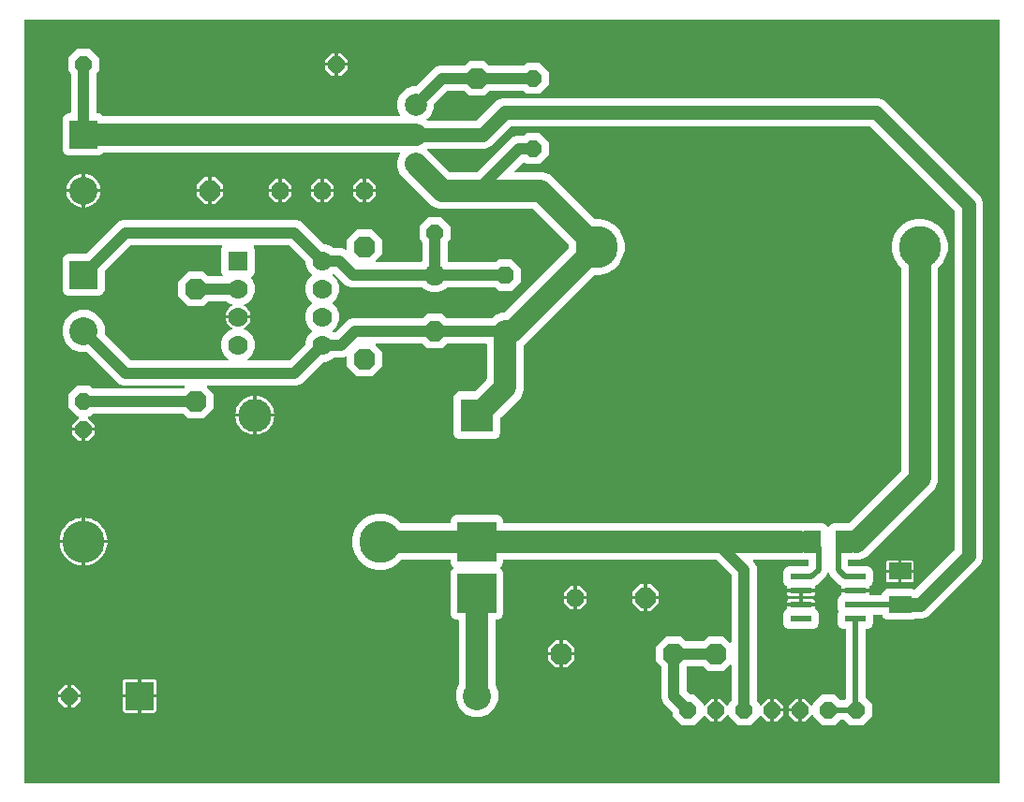
<source format=gbr>
G04 EAGLE Gerber RS-274X export*
G75*
%MOMM*%
%FSLAX34Y34*%
%LPD*%
%INTop Copper*%
%IPPOS*%
%AMOC8*
5,1,8,0,0,1.08239X$1,22.5*%
G01*
%ADD10P,1.732040X8X292.500000*%
%ADD11C,1.905000*%
%ADD12P,2.061953X8X292.500000*%
%ADD13R,3.000000X3.000000*%
%ADD14C,3.000000*%
%ADD15R,2.540000X2.540000*%
%ADD16C,2.540000*%
%ADD17C,3.810000*%
%ADD18P,2.089446X8X112.500000*%
%ADD19P,2.089446X8X22.500000*%
%ADD20C,2.000000*%
%ADD21R,3.516000X3.516000*%
%ADD22P,1.649562X8X22.500000*%
%ADD23R,1.778000X1.778000*%
%ADD24C,1.778000*%
%ADD25R,1.981200X0.558800*%
%ADD26R,1.600000X2.000000*%
%ADD27R,2.000000X1.500000*%
%ADD28C,2.032000*%
%ADD29C,1.016000*%
%ADD30C,0.756400*%
%ADD31C,0.508000*%
%ADD32C,1.270000*%

G36*
X890798Y10164D02*
X890798Y10164D01*
X890817Y10162D01*
X890919Y10184D01*
X891021Y10200D01*
X891038Y10210D01*
X891058Y10214D01*
X891147Y10267D01*
X891238Y10316D01*
X891252Y10330D01*
X891269Y10340D01*
X891336Y10419D01*
X891408Y10494D01*
X891416Y10512D01*
X891429Y10527D01*
X891468Y10623D01*
X891511Y10717D01*
X891513Y10737D01*
X891521Y10755D01*
X891539Y10922D01*
X891539Y700278D01*
X891536Y700298D01*
X891538Y700317D01*
X891516Y700419D01*
X891500Y700521D01*
X891490Y700538D01*
X891486Y700558D01*
X891433Y700647D01*
X891384Y700738D01*
X891370Y700752D01*
X891360Y700769D01*
X891281Y700836D01*
X891206Y700908D01*
X891188Y700916D01*
X891173Y700929D01*
X891077Y700968D01*
X890983Y701011D01*
X890963Y701013D01*
X890945Y701021D01*
X890778Y701039D01*
X10922Y701039D01*
X10902Y701036D01*
X10883Y701038D01*
X10781Y701016D01*
X10679Y701000D01*
X10662Y700990D01*
X10642Y700986D01*
X10553Y700933D01*
X10462Y700884D01*
X10448Y700870D01*
X10431Y700860D01*
X10364Y700781D01*
X10292Y700706D01*
X10284Y700688D01*
X10271Y700673D01*
X10232Y700577D01*
X10189Y700483D01*
X10187Y700463D01*
X10179Y700445D01*
X10161Y700278D01*
X10161Y10922D01*
X10164Y10902D01*
X10162Y10883D01*
X10184Y10781D01*
X10200Y10679D01*
X10210Y10662D01*
X10214Y10642D01*
X10267Y10553D01*
X10316Y10462D01*
X10330Y10448D01*
X10340Y10431D01*
X10419Y10364D01*
X10494Y10292D01*
X10512Y10284D01*
X10527Y10271D01*
X10623Y10232D01*
X10717Y10189D01*
X10737Y10187D01*
X10755Y10179D01*
X10922Y10161D01*
X890778Y10161D01*
X890798Y10164D01*
G37*
%LPC*%
G36*
X730813Y62229D02*
X730813Y62229D01*
X722629Y70413D01*
X722629Y71422D01*
X722618Y71493D01*
X722616Y71564D01*
X722598Y71613D01*
X722590Y71665D01*
X722556Y71728D01*
X722531Y71795D01*
X722499Y71836D01*
X722474Y71882D01*
X722422Y71932D01*
X722378Y71988D01*
X722334Y72016D01*
X722296Y72052D01*
X722231Y72082D01*
X722171Y72121D01*
X722120Y72133D01*
X722073Y72155D01*
X722002Y72163D01*
X721932Y72181D01*
X721880Y72177D01*
X721829Y72182D01*
X721758Y72167D01*
X721687Y72161D01*
X721639Y72141D01*
X721588Y72130D01*
X721527Y72093D01*
X721461Y72065D01*
X721405Y72020D01*
X721377Y72004D01*
X721362Y71986D01*
X721330Y71960D01*
X715409Y66039D01*
X712723Y66039D01*
X712723Y75438D01*
X712720Y75458D01*
X712722Y75477D01*
X712700Y75579D01*
X712683Y75681D01*
X712674Y75698D01*
X712670Y75718D01*
X712617Y75807D01*
X712568Y75898D01*
X712554Y75912D01*
X712544Y75929D01*
X712465Y75996D01*
X712390Y76067D01*
X712372Y76076D01*
X712357Y76089D01*
X712261Y76127D01*
X712167Y76171D01*
X712147Y76173D01*
X712129Y76181D01*
X711962Y76199D01*
X711199Y76199D01*
X711199Y76201D01*
X711962Y76201D01*
X711982Y76204D01*
X712001Y76202D01*
X712103Y76224D01*
X712205Y76241D01*
X712222Y76250D01*
X712242Y76254D01*
X712331Y76307D01*
X712422Y76356D01*
X712436Y76370D01*
X712453Y76380D01*
X712520Y76459D01*
X712591Y76534D01*
X712600Y76552D01*
X712613Y76567D01*
X712652Y76663D01*
X712695Y76757D01*
X712697Y76777D01*
X712705Y76795D01*
X712723Y76962D01*
X712723Y86361D01*
X715409Y86361D01*
X721330Y80440D01*
X721388Y80398D01*
X721440Y80348D01*
X721487Y80327D01*
X721529Y80296D01*
X721598Y80275D01*
X721663Y80245D01*
X721715Y80239D01*
X721765Y80224D01*
X721836Y80226D01*
X721907Y80218D01*
X721958Y80229D01*
X722010Y80230D01*
X722078Y80255D01*
X722148Y80270D01*
X722193Y80297D01*
X722241Y80315D01*
X722297Y80359D01*
X722359Y80396D01*
X722393Y80436D01*
X722433Y80468D01*
X722472Y80529D01*
X722519Y80583D01*
X722538Y80631D01*
X722566Y80675D01*
X722584Y80745D01*
X722611Y80811D01*
X722619Y80883D01*
X722627Y80914D01*
X722625Y80937D01*
X722629Y80978D01*
X722629Y81987D01*
X730813Y90171D01*
X742387Y90171D01*
X747244Y85314D01*
X747318Y85261D01*
X747387Y85201D01*
X747417Y85189D01*
X747444Y85170D01*
X747531Y85143D01*
X747615Y85109D01*
X747656Y85105D01*
X747679Y85098D01*
X747711Y85099D01*
X747782Y85091D01*
X750818Y85091D01*
X750908Y85105D01*
X750999Y85113D01*
X751029Y85125D01*
X751061Y85130D01*
X751141Y85173D01*
X751225Y85209D01*
X751257Y85235D01*
X751278Y85246D01*
X751300Y85269D01*
X751356Y85314D01*
X752124Y86082D01*
X752177Y86156D01*
X752237Y86225D01*
X752249Y86255D01*
X752268Y86282D01*
X752295Y86369D01*
X752329Y86453D01*
X752333Y86494D01*
X752340Y86517D01*
X752339Y86549D01*
X752347Y86620D01*
X752347Y148844D01*
X752344Y148864D01*
X752346Y148883D01*
X752324Y148985D01*
X752308Y149087D01*
X752298Y149104D01*
X752294Y149124D01*
X752241Y149213D01*
X752192Y149304D01*
X752178Y149318D01*
X752168Y149335D01*
X752089Y149402D01*
X752014Y149474D01*
X751996Y149482D01*
X751981Y149495D01*
X751885Y149534D01*
X751791Y149577D01*
X751771Y149579D01*
X751753Y149587D01*
X751586Y149605D01*
X750069Y149605D01*
X747735Y150572D01*
X745948Y152359D01*
X744981Y154693D01*
X744981Y162807D01*
X745810Y164809D01*
X745831Y164897D01*
X745859Y164984D01*
X745859Y165017D01*
X745866Y165048D01*
X745858Y165139D01*
X745857Y165230D01*
X745846Y165270D01*
X745843Y165293D01*
X745830Y165322D01*
X745810Y165391D01*
X744981Y167393D01*
X744981Y175507D01*
X745948Y177841D01*
X747735Y179628D01*
X748405Y179906D01*
X748484Y179955D01*
X748567Y179998D01*
X748588Y180019D01*
X748614Y180035D01*
X748674Y180107D01*
X748739Y180174D01*
X748752Y180201D01*
X748771Y180225D01*
X748804Y180312D01*
X748845Y180396D01*
X748848Y180426D01*
X748859Y180454D01*
X748863Y180548D01*
X748874Y180640D01*
X748869Y180678D01*
X748870Y180700D01*
X748860Y180731D01*
X748849Y180806D01*
X748791Y181022D01*
X748791Y182754D01*
X760603Y182754D01*
X760622Y182757D01*
X760642Y182755D01*
X760744Y182777D01*
X760846Y182793D01*
X760863Y182803D01*
X760883Y182807D01*
X760972Y182860D01*
X761063Y182909D01*
X761077Y182923D01*
X761094Y182933D01*
X761161Y183012D01*
X761232Y183087D01*
X761240Y183104D01*
X761267Y183055D01*
X761281Y183041D01*
X761291Y183024D01*
X761370Y182957D01*
X761445Y182885D01*
X761463Y182877D01*
X761478Y182864D01*
X761575Y182825D01*
X761668Y182782D01*
X761688Y182780D01*
X761706Y182772D01*
X761873Y182754D01*
X773685Y182754D01*
X773685Y181102D01*
X773688Y181082D01*
X773686Y181063D01*
X773708Y180961D01*
X773724Y180859D01*
X773734Y180842D01*
X773738Y180822D01*
X773791Y180733D01*
X773840Y180642D01*
X773854Y180628D01*
X773864Y180611D01*
X773943Y180544D01*
X774018Y180472D01*
X774036Y180464D01*
X774051Y180451D01*
X774147Y180412D01*
X774241Y180369D01*
X774261Y180367D01*
X774279Y180359D01*
X774446Y180341D01*
X784464Y180341D01*
X784579Y180360D01*
X784695Y180377D01*
X784701Y180379D01*
X784707Y180380D01*
X784809Y180435D01*
X784914Y180488D01*
X784919Y180493D01*
X784924Y180496D01*
X785004Y180580D01*
X785086Y180664D01*
X785090Y180670D01*
X785094Y180674D01*
X785101Y180691D01*
X785167Y180811D01*
X785986Y182787D01*
X787773Y184574D01*
X790107Y185541D01*
X812633Y185541D01*
X814034Y184960D01*
X814148Y184934D01*
X814261Y184905D01*
X814268Y184906D01*
X814274Y184904D01*
X814390Y184915D01*
X814507Y184924D01*
X814512Y184927D01*
X814519Y184927D01*
X814626Y184975D01*
X814733Y185021D01*
X814739Y185025D01*
X814743Y185027D01*
X814757Y185040D01*
X814864Y185125D01*
X850676Y220938D01*
X850729Y221012D01*
X850789Y221081D01*
X850801Y221111D01*
X850820Y221138D01*
X850847Y221225D01*
X850881Y221309D01*
X850885Y221350D01*
X850892Y221373D01*
X850891Y221405D01*
X850899Y221476D01*
X850899Y527824D01*
X850897Y527838D01*
X850898Y527850D01*
X850885Y527911D01*
X850885Y527914D01*
X850877Y528005D01*
X850865Y528035D01*
X850860Y528067D01*
X850817Y528147D01*
X850781Y528231D01*
X850755Y528263D01*
X850744Y528284D01*
X850721Y528306D01*
X850676Y528362D01*
X774742Y604296D01*
X774668Y604349D01*
X774599Y604409D01*
X774569Y604421D01*
X774542Y604440D01*
X774455Y604467D01*
X774371Y604501D01*
X774330Y604505D01*
X774307Y604512D01*
X774275Y604511D01*
X774204Y604519D01*
X450076Y604519D01*
X449986Y604505D01*
X449895Y604497D01*
X449865Y604485D01*
X449833Y604480D01*
X449753Y604437D01*
X449669Y604401D01*
X449637Y604375D01*
X449616Y604364D01*
X449594Y604341D01*
X449538Y604296D01*
X431374Y586133D01*
X426706Y584199D01*
X374664Y584199D01*
X374574Y584185D01*
X374483Y584177D01*
X374453Y584165D01*
X374422Y584160D01*
X374341Y584117D01*
X374257Y584081D01*
X374225Y584055D01*
X374204Y584044D01*
X374182Y584021D01*
X374126Y583976D01*
X374088Y583938D01*
X374076Y583922D01*
X374061Y583910D01*
X374005Y583822D01*
X373944Y583739D01*
X373939Y583720D01*
X373928Y583703D01*
X373902Y583602D01*
X373872Y583503D01*
X373873Y583484D01*
X373868Y583464D01*
X373876Y583361D01*
X373878Y583258D01*
X373885Y583239D01*
X373887Y583219D01*
X373927Y583124D01*
X373963Y583027D01*
X373975Y583011D01*
X373983Y582993D01*
X374057Y582901D01*
X374063Y582891D01*
X374069Y582886D01*
X374088Y582862D01*
X394116Y562834D01*
X394190Y562781D01*
X394259Y562721D01*
X394290Y562709D01*
X394316Y562690D01*
X394403Y562663D01*
X394488Y562629D01*
X394529Y562625D01*
X394551Y562618D01*
X394583Y562619D01*
X394654Y562611D01*
X419130Y562611D01*
X419220Y562625D01*
X419311Y562633D01*
X419341Y562645D01*
X419373Y562650D01*
X419453Y562693D01*
X419537Y562729D01*
X419569Y562755D01*
X419590Y562766D01*
X419612Y562789D01*
X419668Y562834D01*
X450725Y593890D01*
X454926Y595631D01*
X461258Y595631D01*
X461348Y595645D01*
X461439Y595653D01*
X461469Y595665D01*
X461501Y595670D01*
X461581Y595713D01*
X461665Y595749D01*
X461697Y595775D01*
X461718Y595786D01*
X461740Y595809D01*
X461796Y595854D01*
X464113Y598171D01*
X475687Y598171D01*
X483871Y589987D01*
X483871Y578413D01*
X475687Y570229D01*
X464113Y570229D01*
X462292Y572050D01*
X462276Y572062D01*
X462264Y572077D01*
X462176Y572133D01*
X462093Y572194D01*
X462074Y572200D01*
X462057Y572210D01*
X461956Y572236D01*
X461857Y572266D01*
X461837Y572266D01*
X461818Y572270D01*
X461715Y572262D01*
X461612Y572260D01*
X461593Y572253D01*
X461573Y572251D01*
X461478Y572211D01*
X461381Y572175D01*
X461365Y572163D01*
X461347Y572155D01*
X461216Y572050D01*
X453076Y563910D01*
X453034Y563852D01*
X452985Y563800D01*
X452963Y563753D01*
X452932Y563711D01*
X452911Y563642D01*
X452881Y563577D01*
X452875Y563525D01*
X452860Y563475D01*
X452862Y563404D01*
X452854Y563333D01*
X452865Y563282D01*
X452866Y563230D01*
X452891Y563162D01*
X452906Y563092D01*
X452933Y563048D01*
X452951Y562999D01*
X452996Y562943D01*
X453032Y562881D01*
X453072Y562847D01*
X453104Y562807D01*
X453165Y562768D01*
X453219Y562721D01*
X453267Y562702D01*
X453311Y562674D01*
X453381Y562656D01*
X453447Y562629D01*
X453519Y562621D01*
X453550Y562613D01*
X453573Y562615D01*
X453614Y562611D01*
X479534Y562611D01*
X485603Y560097D01*
X524776Y520924D01*
X524850Y520871D01*
X524919Y520811D01*
X524950Y520799D01*
X524976Y520780D01*
X525063Y520753D01*
X525148Y520719D01*
X525189Y520715D01*
X525211Y520708D01*
X525243Y520709D01*
X525314Y520701D01*
X530394Y520701D01*
X536854Y518970D01*
X542646Y515626D01*
X547376Y510896D01*
X550720Y505104D01*
X552451Y498644D01*
X552451Y491956D01*
X550720Y485496D01*
X547376Y479704D01*
X542646Y474974D01*
X536854Y471630D01*
X530394Y469899D01*
X525314Y469899D01*
X525224Y469885D01*
X525133Y469877D01*
X525104Y469865D01*
X525072Y469860D01*
X524991Y469817D01*
X524907Y469781D01*
X524875Y469755D01*
X524854Y469744D01*
X524832Y469721D01*
X524776Y469676D01*
X461234Y406134D01*
X461181Y406060D01*
X461121Y405991D01*
X461109Y405960D01*
X461090Y405934D01*
X461063Y405847D01*
X461029Y405762D01*
X461025Y405721D01*
X461018Y405699D01*
X461019Y405667D01*
X461011Y405596D01*
X461011Y365016D01*
X458497Y358947D01*
X440674Y341124D01*
X440621Y341050D01*
X440561Y340981D01*
X440549Y340950D01*
X440530Y340924D01*
X440503Y340837D01*
X440469Y340752D01*
X440465Y340711D01*
X440458Y340689D01*
X440459Y340657D01*
X440451Y340586D01*
X440451Y326637D01*
X439484Y324303D01*
X437697Y322516D01*
X435363Y321549D01*
X402837Y321549D01*
X400503Y322516D01*
X398716Y324303D01*
X397749Y326637D01*
X397749Y359163D01*
X398716Y361497D01*
X400503Y363284D01*
X402837Y364251D01*
X416786Y364251D01*
X416876Y364265D01*
X416967Y364273D01*
X416996Y364285D01*
X417028Y364290D01*
X417109Y364333D01*
X417193Y364369D01*
X417225Y364395D01*
X417246Y364406D01*
X417268Y364429D01*
X417324Y364474D01*
X427766Y374916D01*
X427819Y374990D01*
X427879Y375059D01*
X427891Y375090D01*
X427910Y375116D01*
X427937Y375203D01*
X427971Y375288D01*
X427975Y375329D01*
X427982Y375351D01*
X427981Y375383D01*
X427989Y375454D01*
X427989Y406908D01*
X427986Y406928D01*
X427988Y406947D01*
X427966Y407049D01*
X427950Y407151D01*
X427940Y407168D01*
X427936Y407188D01*
X427883Y407277D01*
X427834Y407368D01*
X427820Y407382D01*
X427810Y407399D01*
X427731Y407466D01*
X427656Y407538D01*
X427638Y407546D01*
X427623Y407559D01*
X427527Y407598D01*
X427433Y407641D01*
X427413Y407643D01*
X427395Y407651D01*
X427228Y407669D01*
X392336Y407669D01*
X392246Y407655D01*
X392155Y407647D01*
X392125Y407635D01*
X392094Y407630D01*
X392013Y407587D01*
X391929Y407551D01*
X391897Y407525D01*
X391876Y407514D01*
X391854Y407491D01*
X391798Y407446D01*
X387576Y403224D01*
X374424Y403224D01*
X370202Y407446D01*
X370128Y407499D01*
X370059Y407559D01*
X370028Y407571D01*
X370002Y407590D01*
X369915Y407617D01*
X369830Y407651D01*
X369790Y407655D01*
X369767Y407662D01*
X369735Y407661D01*
X369664Y407669D01*
X328000Y407669D01*
X327929Y407658D01*
X327857Y407656D01*
X327808Y407638D01*
X327757Y407630D01*
X327694Y407596D01*
X327626Y407571D01*
X327586Y407539D01*
X327540Y407514D01*
X327490Y407462D01*
X327434Y407418D01*
X327406Y407374D01*
X327370Y407336D01*
X327340Y407271D01*
X327301Y407211D01*
X327289Y407160D01*
X327267Y407113D01*
X327259Y407042D01*
X327241Y406972D01*
X327245Y406920D01*
X327240Y406869D01*
X327255Y406798D01*
X327260Y406727D01*
X327281Y406679D01*
X327292Y406628D01*
X327329Y406567D01*
X327357Y406501D01*
X327401Y406445D01*
X327418Y406417D01*
X327436Y406402D01*
X327462Y406370D01*
X333503Y400329D01*
X333503Y387071D01*
X324129Y377697D01*
X310871Y377697D01*
X301497Y387071D01*
X301497Y395203D01*
X301490Y395248D01*
X301492Y395294D01*
X301470Y395369D01*
X301458Y395445D01*
X301436Y395486D01*
X301423Y395530D01*
X301379Y395594D01*
X301342Y395663D01*
X301309Y395694D01*
X301283Y395732D01*
X301221Y395778D01*
X301164Y395832D01*
X301122Y395851D01*
X301086Y395879D01*
X301012Y395903D01*
X300941Y395936D01*
X300895Y395941D01*
X300852Y395955D01*
X300774Y395954D01*
X300697Y395963D01*
X300652Y395953D01*
X300606Y395953D01*
X300474Y395914D01*
X300456Y395910D01*
X300452Y395908D01*
X300445Y395906D01*
X298184Y394969D01*
X289838Y394969D01*
X289748Y394955D01*
X289657Y394947D01*
X289627Y394935D01*
X289595Y394930D01*
X289515Y394887D01*
X289431Y394851D01*
X289399Y394825D01*
X289378Y394814D01*
X289356Y394791D01*
X289300Y394746D01*
X288033Y393480D01*
X282432Y391159D01*
X280640Y391159D01*
X280550Y391145D01*
X280459Y391137D01*
X280429Y391125D01*
X280397Y391120D01*
X280317Y391077D01*
X280233Y391041D01*
X280201Y391015D01*
X280180Y391004D01*
X280158Y390981D01*
X280102Y390936D01*
X260475Y371310D01*
X256274Y369569D01*
X175600Y369569D01*
X175529Y369558D01*
X175457Y369556D01*
X175408Y369538D01*
X175357Y369530D01*
X175294Y369496D01*
X175226Y369471D01*
X175186Y369439D01*
X175140Y369414D01*
X175090Y369362D01*
X175034Y369318D01*
X175006Y369274D01*
X174970Y369236D01*
X174940Y369171D01*
X174901Y369111D01*
X174889Y369060D01*
X174867Y369013D01*
X174859Y368942D01*
X174841Y368872D01*
X174845Y368820D01*
X174840Y368769D01*
X174855Y368698D01*
X174860Y368627D01*
X174881Y368579D01*
X174892Y368528D01*
X174929Y368467D01*
X174957Y368401D01*
X175001Y368345D01*
X175018Y368317D01*
X175036Y368302D01*
X175062Y368270D01*
X181103Y362229D01*
X181103Y348971D01*
X171729Y339597D01*
X158471Y339597D01*
X154122Y343946D01*
X154048Y343999D01*
X153979Y344059D01*
X153949Y344071D01*
X153923Y344090D01*
X153836Y344117D01*
X153751Y344151D01*
X153710Y344155D01*
X153688Y344162D01*
X153655Y344161D01*
X153584Y344169D01*
X72142Y344169D01*
X72052Y344155D01*
X71961Y344147D01*
X71931Y344135D01*
X71899Y344130D01*
X71819Y344087D01*
X71735Y344051D01*
X71703Y344025D01*
X71682Y344014D01*
X71660Y343991D01*
X71604Y343946D01*
X69287Y341629D01*
X68278Y341629D01*
X68207Y341618D01*
X68136Y341616D01*
X68087Y341598D01*
X68035Y341590D01*
X67972Y341556D01*
X67905Y341531D01*
X67864Y341499D01*
X67818Y341474D01*
X67768Y341422D01*
X67712Y341378D01*
X67684Y341334D01*
X67648Y341296D01*
X67618Y341231D01*
X67579Y341171D01*
X67567Y341120D01*
X67545Y341073D01*
X67537Y341002D01*
X67519Y340932D01*
X67523Y340880D01*
X67518Y340829D01*
X67533Y340758D01*
X67539Y340687D01*
X67559Y340639D01*
X67570Y340588D01*
X67607Y340527D01*
X67635Y340461D01*
X67680Y340405D01*
X67696Y340377D01*
X67714Y340362D01*
X67740Y340330D01*
X73661Y334409D01*
X73661Y331723D01*
X64262Y331723D01*
X64242Y331720D01*
X64223Y331722D01*
X64121Y331700D01*
X64019Y331683D01*
X64002Y331674D01*
X63982Y331670D01*
X63893Y331617D01*
X63802Y331568D01*
X63788Y331554D01*
X63771Y331544D01*
X63704Y331465D01*
X63633Y331390D01*
X63624Y331372D01*
X63611Y331357D01*
X63573Y331261D01*
X63529Y331167D01*
X63527Y331147D01*
X63519Y331129D01*
X63501Y330962D01*
X63501Y330199D01*
X63499Y330199D01*
X63499Y330962D01*
X63496Y330982D01*
X63498Y331001D01*
X63476Y331103D01*
X63459Y331205D01*
X63450Y331222D01*
X63446Y331242D01*
X63393Y331331D01*
X63344Y331422D01*
X63330Y331436D01*
X63320Y331453D01*
X63241Y331520D01*
X63166Y331591D01*
X63148Y331600D01*
X63133Y331613D01*
X63037Y331652D01*
X62943Y331695D01*
X62923Y331697D01*
X62905Y331705D01*
X62738Y331723D01*
X53339Y331723D01*
X53339Y334409D01*
X59260Y340330D01*
X59302Y340388D01*
X59352Y340440D01*
X59373Y340487D01*
X59404Y340529D01*
X59425Y340598D01*
X59455Y340663D01*
X59461Y340715D01*
X59476Y340765D01*
X59474Y340836D01*
X59482Y340907D01*
X59471Y340958D01*
X59470Y341010D01*
X59445Y341078D01*
X59430Y341148D01*
X59403Y341193D01*
X59385Y341241D01*
X59341Y341297D01*
X59304Y341359D01*
X59264Y341393D01*
X59232Y341433D01*
X59171Y341472D01*
X59117Y341519D01*
X59069Y341538D01*
X59025Y341566D01*
X58955Y341584D01*
X58889Y341611D01*
X58817Y341619D01*
X58786Y341627D01*
X58763Y341625D01*
X58722Y341629D01*
X57713Y341629D01*
X49529Y349813D01*
X49529Y361387D01*
X57713Y369571D01*
X69287Y369571D01*
X71604Y367254D01*
X71678Y367201D01*
X71747Y367141D01*
X71777Y367129D01*
X71804Y367110D01*
X71891Y367083D01*
X71975Y367049D01*
X72016Y367045D01*
X72039Y367038D01*
X72071Y367039D01*
X72142Y367031D01*
X153584Y367031D01*
X153674Y367045D01*
X153765Y367053D01*
X153795Y367065D01*
X153827Y367070D01*
X153907Y367113D01*
X153991Y367149D01*
X154024Y367175D01*
X154044Y367186D01*
X154066Y367209D01*
X154122Y367254D01*
X155138Y368270D01*
X155180Y368328D01*
X155230Y368380D01*
X155252Y368427D01*
X155282Y368469D01*
X155303Y368538D01*
X155333Y368603D01*
X155339Y368655D01*
X155354Y368705D01*
X155353Y368776D01*
X155360Y368847D01*
X155349Y368898D01*
X155348Y368950D01*
X155323Y369018D01*
X155308Y369088D01*
X155281Y369133D01*
X155264Y369181D01*
X155219Y369237D01*
X155182Y369299D01*
X155142Y369333D01*
X155110Y369373D01*
X155050Y369412D01*
X154995Y369459D01*
X154947Y369478D01*
X154903Y369506D01*
X154833Y369524D01*
X154767Y369551D01*
X154696Y369559D01*
X154664Y369567D01*
X154641Y369565D01*
X154600Y369569D01*
X99326Y369569D01*
X95125Y371310D01*
X66608Y399826D01*
X66534Y399879D01*
X66465Y399939D01*
X66435Y399951D01*
X66408Y399970D01*
X66322Y399997D01*
X66237Y400031D01*
X66196Y400035D01*
X66173Y400042D01*
X66141Y400041D01*
X66070Y400049D01*
X59711Y400049D01*
X52709Y402950D01*
X47350Y408309D01*
X44449Y415311D01*
X44449Y422889D01*
X47350Y429891D01*
X52709Y435250D01*
X59711Y438151D01*
X67289Y438151D01*
X74291Y435250D01*
X79650Y429891D01*
X82551Y422889D01*
X82551Y416530D01*
X82565Y416440D01*
X82573Y416349D01*
X82585Y416319D01*
X82590Y416287D01*
X82633Y416207D01*
X82669Y416123D01*
X82695Y416091D01*
X82706Y416070D01*
X82729Y416048D01*
X82774Y415992D01*
X106112Y392654D01*
X106186Y392601D01*
X106255Y392541D01*
X106285Y392529D01*
X106312Y392510D01*
X106398Y392483D01*
X106483Y392449D01*
X106524Y392445D01*
X106547Y392438D01*
X106579Y392439D01*
X106650Y392431D01*
X193778Y392431D01*
X193849Y392442D01*
X193920Y392444D01*
X193969Y392462D01*
X194021Y392470D01*
X194084Y392504D01*
X194151Y392529D01*
X194192Y392561D01*
X194238Y392586D01*
X194287Y392638D01*
X194343Y392682D01*
X194371Y392726D01*
X194407Y392764D01*
X194438Y392829D01*
X194476Y392889D01*
X194489Y392940D01*
X194511Y392987D01*
X194519Y393058D01*
X194536Y393128D01*
X194532Y393180D01*
X194538Y393231D01*
X194523Y393302D01*
X194517Y393373D01*
X194497Y393421D01*
X194486Y393472D01*
X194449Y393533D01*
X194421Y393599D01*
X194376Y393655D01*
X194360Y393683D01*
X194342Y393698D01*
X194316Y393730D01*
X190280Y397767D01*
X187959Y403368D01*
X187959Y409432D01*
X190280Y415033D01*
X194567Y419320D01*
X197425Y420504D01*
X197461Y420526D01*
X197500Y420540D01*
X197564Y420591D01*
X197634Y420634D01*
X197661Y420666D01*
X197694Y420692D01*
X197739Y420760D01*
X197791Y420823D01*
X197806Y420863D01*
X197829Y420898D01*
X197850Y420977D01*
X197879Y421053D01*
X197881Y421095D01*
X197891Y421136D01*
X197886Y421217D01*
X197889Y421299D01*
X197878Y421339D01*
X197875Y421381D01*
X197844Y421456D01*
X197821Y421535D01*
X197797Y421569D01*
X197781Y421608D01*
X197727Y421670D01*
X197681Y421737D01*
X197647Y421762D01*
X197619Y421794D01*
X197490Y421879D01*
X197483Y421884D01*
X197481Y421884D01*
X197479Y421886D01*
X197209Y422024D01*
X195753Y423081D01*
X194481Y424353D01*
X193424Y425809D01*
X192607Y427412D01*
X192051Y429123D01*
X191868Y430277D01*
X202438Y430277D01*
X202458Y430280D01*
X202477Y430278D01*
X202579Y430300D01*
X202681Y430317D01*
X202698Y430326D01*
X202718Y430330D01*
X202807Y430383D01*
X202898Y430432D01*
X202912Y430446D01*
X202929Y430456D01*
X202996Y430535D01*
X203067Y430610D01*
X203076Y430628D01*
X203089Y430643D01*
X203127Y430739D01*
X203171Y430833D01*
X203173Y430853D01*
X203181Y430871D01*
X203199Y431038D01*
X203199Y432562D01*
X203196Y432582D01*
X203198Y432601D01*
X203176Y432703D01*
X203159Y432805D01*
X203150Y432822D01*
X203146Y432842D01*
X203093Y432931D01*
X203044Y433022D01*
X203030Y433036D01*
X203020Y433053D01*
X202941Y433120D01*
X202866Y433191D01*
X202848Y433200D01*
X202833Y433213D01*
X202737Y433252D01*
X202643Y433295D01*
X202623Y433297D01*
X202605Y433305D01*
X202438Y433323D01*
X191868Y433323D01*
X192051Y434477D01*
X192607Y436188D01*
X193424Y437791D01*
X194481Y439247D01*
X195753Y440519D01*
X197209Y441576D01*
X197479Y441714D01*
X197513Y441739D01*
X197551Y441756D01*
X197612Y441811D01*
X197677Y441860D01*
X197701Y441894D01*
X197732Y441922D01*
X197772Y441994D01*
X197819Y442061D01*
X197831Y442101D01*
X197851Y442138D01*
X197866Y442218D01*
X197889Y442297D01*
X197887Y442339D01*
X197895Y442380D01*
X197883Y442461D01*
X197880Y442542D01*
X197865Y442582D01*
X197859Y442623D01*
X197822Y442696D01*
X197793Y442773D01*
X197767Y442805D01*
X197747Y442843D01*
X197689Y442900D01*
X197637Y442963D01*
X197602Y442985D01*
X197572Y443015D01*
X197436Y443090D01*
X197429Y443094D01*
X197427Y443094D01*
X197425Y443096D01*
X194567Y444280D01*
X193300Y445546D01*
X193226Y445599D01*
X193157Y445659D01*
X193126Y445671D01*
X193100Y445690D01*
X193013Y445717D01*
X192928Y445751D01*
X192888Y445755D01*
X192865Y445762D01*
X192833Y445761D01*
X192762Y445769D01*
X176616Y445769D01*
X176526Y445755D01*
X176435Y445747D01*
X176405Y445735D01*
X176373Y445730D01*
X176292Y445687D01*
X176209Y445651D01*
X176176Y445625D01*
X176156Y445614D01*
X176134Y445591D01*
X176078Y445546D01*
X171729Y441197D01*
X158471Y441197D01*
X149097Y450571D01*
X149097Y463829D01*
X158471Y473203D01*
X171729Y473203D01*
X176078Y468854D01*
X176152Y468801D01*
X176221Y468741D01*
X176251Y468729D01*
X176277Y468710D01*
X176364Y468683D01*
X176449Y468649D01*
X176490Y468645D01*
X176512Y468638D01*
X176545Y468639D01*
X176616Y468631D01*
X188570Y468631D01*
X188641Y468642D01*
X188713Y468644D01*
X188762Y468662D01*
X188813Y468670D01*
X188876Y468704D01*
X188944Y468729D01*
X188984Y468761D01*
X189030Y468786D01*
X189080Y468837D01*
X189136Y468882D01*
X189164Y468926D01*
X189200Y468964D01*
X189230Y469029D01*
X189269Y469089D01*
X189281Y469140D01*
X189303Y469187D01*
X189311Y469258D01*
X189329Y469328D01*
X189325Y469380D01*
X189330Y469431D01*
X189315Y469502D01*
X189310Y469573D01*
X189289Y469621D01*
X189278Y469672D01*
X189241Y469733D01*
X189213Y469799D01*
X189168Y469855D01*
X189152Y469883D01*
X189134Y469898D01*
X189108Y469930D01*
X188926Y470113D01*
X187959Y472447D01*
X187959Y492753D01*
X188926Y495087D01*
X189108Y495270D01*
X189150Y495328D01*
X189200Y495380D01*
X189222Y495427D01*
X189252Y495469D01*
X189273Y495538D01*
X189303Y495603D01*
X189309Y495655D01*
X189324Y495705D01*
X189322Y495776D01*
X189330Y495847D01*
X189319Y495898D01*
X189318Y495950D01*
X189293Y496018D01*
X189278Y496088D01*
X189251Y496133D01*
X189234Y496181D01*
X189189Y496237D01*
X189152Y496299D01*
X189112Y496333D01*
X189080Y496373D01*
X189020Y496412D01*
X188965Y496459D01*
X188917Y496478D01*
X188873Y496506D01*
X188804Y496524D01*
X188737Y496551D01*
X188666Y496559D01*
X188634Y496567D01*
X188611Y496565D01*
X188570Y496569D01*
X106650Y496569D01*
X106560Y496555D01*
X106469Y496547D01*
X106439Y496535D01*
X106407Y496530D01*
X106327Y496487D01*
X106243Y496451D01*
X106211Y496425D01*
X106190Y496414D01*
X106168Y496391D01*
X106112Y496346D01*
X82774Y473008D01*
X82721Y472934D01*
X82661Y472865D01*
X82649Y472835D01*
X82630Y472808D01*
X82603Y472722D01*
X82569Y472637D01*
X82565Y472596D01*
X82558Y472573D01*
X82559Y472541D01*
X82551Y472470D01*
X82551Y455937D01*
X81584Y453603D01*
X79797Y451816D01*
X77463Y450849D01*
X49537Y450849D01*
X47203Y451816D01*
X45416Y453603D01*
X44449Y455937D01*
X44449Y483863D01*
X45416Y486197D01*
X47203Y487984D01*
X49537Y488951D01*
X66070Y488951D01*
X66160Y488965D01*
X66251Y488973D01*
X66281Y488985D01*
X66313Y488990D01*
X66393Y489033D01*
X66477Y489069D01*
X66509Y489095D01*
X66530Y489106D01*
X66552Y489129D01*
X66608Y489174D01*
X95125Y517690D01*
X99326Y519431D01*
X256274Y519431D01*
X260475Y517690D01*
X280102Y498064D01*
X280176Y498011D01*
X280245Y497951D01*
X280275Y497939D01*
X280302Y497920D01*
X280388Y497893D01*
X280473Y497859D01*
X280514Y497855D01*
X280537Y497848D01*
X280569Y497849D01*
X280640Y497841D01*
X282432Y497841D01*
X288033Y495520D01*
X289300Y494254D01*
X289374Y494201D01*
X289443Y494141D01*
X289473Y494129D01*
X289500Y494110D01*
X289587Y494083D01*
X289671Y494049D01*
X289712Y494045D01*
X289735Y494038D01*
X289767Y494039D01*
X289838Y494031D01*
X296914Y494031D01*
X300445Y492568D01*
X300489Y492558D01*
X300531Y492538D01*
X300608Y492530D01*
X300684Y492512D01*
X300730Y492516D01*
X300775Y492511D01*
X300852Y492528D01*
X300929Y492535D01*
X300971Y492554D01*
X301016Y492563D01*
X301083Y492603D01*
X301154Y492635D01*
X301188Y492666D01*
X301227Y492690D01*
X301278Y492749D01*
X301335Y492801D01*
X301357Y492842D01*
X301387Y492877D01*
X301416Y492949D01*
X301453Y493017D01*
X301462Y493062D01*
X301479Y493105D01*
X301494Y493241D01*
X301497Y493259D01*
X301496Y493264D01*
X301497Y493271D01*
X301497Y501929D01*
X310871Y511303D01*
X324129Y511303D01*
X333503Y501929D01*
X333503Y488671D01*
X327462Y482630D01*
X327420Y482572D01*
X327370Y482520D01*
X327348Y482473D01*
X327318Y482431D01*
X327297Y482362D01*
X327267Y482297D01*
X327261Y482245D01*
X327246Y482195D01*
X327247Y482124D01*
X327240Y482053D01*
X327251Y482002D01*
X327252Y481950D01*
X327277Y481882D01*
X327292Y481812D01*
X327319Y481767D01*
X327336Y481719D01*
X327381Y481663D01*
X327418Y481601D01*
X327458Y481567D01*
X327490Y481527D01*
X327550Y481488D01*
X327605Y481441D01*
X327653Y481422D01*
X327697Y481394D01*
X327767Y481376D01*
X327833Y481349D01*
X327904Y481341D01*
X327936Y481333D01*
X327959Y481335D01*
X328000Y481331D01*
X368808Y481331D01*
X368828Y481334D01*
X368847Y481332D01*
X368949Y481354D01*
X369051Y481370D01*
X369068Y481380D01*
X369088Y481384D01*
X369177Y481437D01*
X369268Y481486D01*
X369282Y481500D01*
X369299Y481510D01*
X369366Y481589D01*
X369438Y481664D01*
X369446Y481682D01*
X369459Y481697D01*
X369498Y481793D01*
X369541Y481887D01*
X369543Y481907D01*
X369551Y481925D01*
X369569Y482092D01*
X369569Y499358D01*
X369555Y499448D01*
X369547Y499539D01*
X369535Y499569D01*
X369530Y499601D01*
X369487Y499681D01*
X369451Y499765D01*
X369425Y499797D01*
X369414Y499818D01*
X369391Y499840D01*
X369346Y499896D01*
X367029Y502213D01*
X367029Y513787D01*
X375213Y521971D01*
X386787Y521971D01*
X394971Y513787D01*
X394971Y502213D01*
X392654Y499896D01*
X392601Y499822D01*
X392541Y499753D01*
X392529Y499723D01*
X392510Y499696D01*
X392483Y499609D01*
X392449Y499525D01*
X392445Y499484D01*
X392438Y499461D01*
X392439Y499429D01*
X392431Y499358D01*
X392431Y482092D01*
X392434Y482072D01*
X392432Y482053D01*
X392454Y481951D01*
X392470Y481849D01*
X392480Y481832D01*
X392484Y481812D01*
X392537Y481723D01*
X392586Y481632D01*
X392600Y481618D01*
X392610Y481601D01*
X392689Y481534D01*
X392764Y481462D01*
X392782Y481454D01*
X392797Y481441D01*
X392893Y481402D01*
X392987Y481359D01*
X393007Y481357D01*
X393025Y481349D01*
X393192Y481331D01*
X435319Y481331D01*
X435409Y481345D01*
X435500Y481353D01*
X435530Y481365D01*
X435562Y481370D01*
X435642Y481413D01*
X435726Y481449D01*
X435759Y481475D01*
X435779Y481486D01*
X435801Y481509D01*
X435857Y481554D01*
X438555Y484252D01*
X450445Y484252D01*
X458852Y475845D01*
X458852Y463955D01*
X450445Y455548D01*
X438555Y455548D01*
X435857Y458246D01*
X435783Y458299D01*
X435714Y458359D01*
X435684Y458371D01*
X435658Y458390D01*
X435571Y458417D01*
X435486Y458451D01*
X435445Y458455D01*
X435423Y458462D01*
X435390Y458461D01*
X435319Y458469D01*
X392336Y458469D01*
X392246Y458455D01*
X392155Y458447D01*
X392126Y458435D01*
X392094Y458430D01*
X392013Y458387D01*
X391929Y458351D01*
X391897Y458325D01*
X391876Y458314D01*
X391854Y458291D01*
X391798Y458246D01*
X389993Y456441D01*
X384158Y454024D01*
X377842Y454024D01*
X372007Y456441D01*
X370202Y458246D01*
X370128Y458299D01*
X370059Y458359D01*
X370029Y458371D01*
X370002Y458390D01*
X369915Y458417D01*
X369830Y458451D01*
X369790Y458455D01*
X369767Y458462D01*
X369735Y458461D01*
X369664Y458469D01*
X305066Y458469D01*
X300865Y460210D01*
X297542Y463532D01*
X290252Y470822D01*
X290236Y470834D01*
X290224Y470849D01*
X290137Y470905D01*
X290053Y470966D01*
X290034Y470972D01*
X290017Y470982D01*
X289917Y471008D01*
X289818Y471038D01*
X289798Y471038D01*
X289778Y471042D01*
X289675Y471034D01*
X289572Y471032D01*
X289553Y471025D01*
X289533Y471023D01*
X289438Y470983D01*
X289341Y470947D01*
X289325Y470935D01*
X289307Y470927D01*
X289176Y470822D01*
X288792Y470438D01*
X288780Y470422D01*
X288765Y470410D01*
X288709Y470323D01*
X288648Y470239D01*
X288643Y470219D01*
X288632Y470203D01*
X288606Y470102D01*
X288576Y470003D01*
X288577Y469984D01*
X288572Y469964D01*
X288580Y469861D01*
X288582Y469758D01*
X288589Y469739D01*
X288591Y469719D01*
X288631Y469624D01*
X288667Y469527D01*
X288679Y469511D01*
X288687Y469493D01*
X288792Y469362D01*
X292320Y465833D01*
X294641Y460232D01*
X294641Y454168D01*
X292320Y448567D01*
X288792Y445038D01*
X288780Y445022D01*
X288765Y445010D01*
X288709Y444922D01*
X288648Y444839D01*
X288643Y444820D01*
X288632Y444803D01*
X288606Y444702D01*
X288576Y444603D01*
X288577Y444584D01*
X288572Y444564D01*
X288580Y444461D01*
X288582Y444358D01*
X288589Y444339D01*
X288591Y444319D01*
X288631Y444224D01*
X288667Y444127D01*
X288679Y444111D01*
X288687Y444093D01*
X288792Y443962D01*
X292320Y440433D01*
X294641Y434832D01*
X294641Y428768D01*
X292320Y423167D01*
X288792Y419638D01*
X288780Y419622D01*
X288765Y419610D01*
X288709Y419522D01*
X288648Y419439D01*
X288643Y419420D01*
X288632Y419403D01*
X288606Y419302D01*
X288576Y419203D01*
X288577Y419184D01*
X288572Y419164D01*
X288580Y419061D01*
X288582Y418958D01*
X288589Y418939D01*
X288591Y418919D01*
X288631Y418824D01*
X288667Y418727D01*
X288679Y418711D01*
X288687Y418693D01*
X288792Y418562D01*
X289300Y418054D01*
X289374Y418001D01*
X289443Y417941D01*
X289473Y417929D01*
X289500Y417910D01*
X289587Y417883D01*
X289671Y417849D01*
X289712Y417845D01*
X289735Y417838D01*
X289767Y417839D01*
X289838Y417831D01*
X290860Y417831D01*
X290950Y417845D01*
X291041Y417853D01*
X291071Y417865D01*
X291103Y417870D01*
X291183Y417913D01*
X291267Y417949D01*
X291299Y417975D01*
X291320Y417986D01*
X291342Y418009D01*
X291398Y418054D01*
X302135Y428790D01*
X306336Y430531D01*
X369664Y430531D01*
X369754Y430545D01*
X369845Y430553D01*
X369875Y430565D01*
X369906Y430570D01*
X369987Y430613D01*
X370071Y430649D01*
X370103Y430675D01*
X370124Y430686D01*
X370146Y430709D01*
X370202Y430754D01*
X374424Y434976D01*
X387576Y434976D01*
X391798Y430754D01*
X391872Y430701D01*
X391941Y430641D01*
X391972Y430629D01*
X391998Y430610D01*
X392085Y430583D01*
X392170Y430549D01*
X392210Y430545D01*
X392233Y430538D01*
X392265Y430539D01*
X392336Y430531D01*
X432266Y430531D01*
X432356Y430545D01*
X432447Y430553D01*
X432476Y430565D01*
X432508Y430570D01*
X432589Y430613D01*
X432673Y430649D01*
X432705Y430675D01*
X432726Y430686D01*
X432748Y430709D01*
X432804Y430754D01*
X435147Y433097D01*
X441216Y435611D01*
X443696Y435611D01*
X443786Y435625D01*
X443877Y435633D01*
X443906Y435645D01*
X443938Y435650D01*
X444019Y435693D01*
X444103Y435729D01*
X444135Y435755D01*
X444156Y435766D01*
X444178Y435789D01*
X444234Y435834D01*
X501426Y493026D01*
X501470Y493086D01*
X501508Y493126D01*
X501514Y493141D01*
X501539Y493169D01*
X501551Y493200D01*
X501570Y493226D01*
X501597Y493313D01*
X501631Y493398D01*
X501635Y493439D01*
X501642Y493461D01*
X501641Y493493D01*
X501649Y493564D01*
X501649Y497036D01*
X501635Y497126D01*
X501627Y497217D01*
X501615Y497246D01*
X501610Y497278D01*
X501567Y497359D01*
X501531Y497443D01*
X501505Y497475D01*
X501494Y497496D01*
X501471Y497518D01*
X501426Y497574D01*
X469634Y529366D01*
X469560Y529419D01*
X469491Y529479D01*
X469460Y529491D01*
X469434Y529510D01*
X469347Y529537D01*
X469262Y529571D01*
X469221Y529575D01*
X469199Y529582D01*
X469167Y529581D01*
X469096Y529589D01*
X384216Y529589D01*
X378147Y532103D01*
X349703Y560547D01*
X347189Y566616D01*
X347189Y573184D01*
X349738Y579337D01*
X349746Y579370D01*
X349746Y579371D01*
X349746Y579372D01*
X349748Y579381D01*
X349768Y579423D01*
X349776Y579500D01*
X349794Y579576D01*
X349790Y579622D01*
X349795Y579667D01*
X349778Y579744D01*
X349771Y579821D01*
X349752Y579863D01*
X349742Y579908D01*
X349702Y579975D01*
X349671Y580046D01*
X349640Y580080D01*
X349616Y580119D01*
X349557Y580170D01*
X349504Y580227D01*
X349464Y580249D01*
X349429Y580279D01*
X349357Y580308D01*
X349289Y580345D01*
X349244Y580354D01*
X349201Y580371D01*
X349065Y580386D01*
X349047Y580389D01*
X349042Y580388D01*
X349034Y580389D01*
X81686Y580389D01*
X81596Y580375D01*
X81505Y580367D01*
X81475Y580355D01*
X81443Y580350D01*
X81362Y580307D01*
X81279Y580271D01*
X81246Y580245D01*
X81226Y580234D01*
X81204Y580211D01*
X81148Y580166D01*
X79797Y578816D01*
X77463Y577849D01*
X49537Y577849D01*
X47203Y578816D01*
X45416Y580603D01*
X44449Y582937D01*
X44449Y610863D01*
X45416Y613197D01*
X47203Y614984D01*
X49537Y615951D01*
X51308Y615951D01*
X51328Y615954D01*
X51347Y615952D01*
X51449Y615974D01*
X51551Y615990D01*
X51568Y616000D01*
X51588Y616004D01*
X51677Y616057D01*
X51768Y616106D01*
X51782Y616120D01*
X51799Y616130D01*
X51866Y616209D01*
X51938Y616284D01*
X51946Y616302D01*
X51959Y616317D01*
X51998Y616413D01*
X52041Y616507D01*
X52043Y616527D01*
X52051Y616545D01*
X52069Y616712D01*
X52069Y651758D01*
X52055Y651848D01*
X52047Y651939D01*
X52035Y651969D01*
X52030Y652001D01*
X51987Y652081D01*
X51951Y652165D01*
X51925Y652197D01*
X51914Y652218D01*
X51891Y652240D01*
X51846Y652296D01*
X49529Y654613D01*
X49529Y666187D01*
X57713Y674371D01*
X69287Y674371D01*
X77471Y666187D01*
X77471Y654613D01*
X75154Y652296D01*
X75101Y652222D01*
X75041Y652153D01*
X75029Y652123D01*
X75010Y652096D01*
X74983Y652009D01*
X74949Y651925D01*
X74945Y651884D01*
X74938Y651861D01*
X74939Y651829D01*
X74931Y651758D01*
X74931Y616712D01*
X74934Y616692D01*
X74932Y616673D01*
X74954Y616571D01*
X74970Y616469D01*
X74980Y616452D01*
X74984Y616432D01*
X75037Y616343D01*
X75086Y616252D01*
X75100Y616238D01*
X75110Y616221D01*
X75189Y616154D01*
X75264Y616082D01*
X75282Y616074D01*
X75297Y616061D01*
X75393Y616022D01*
X75487Y615979D01*
X75507Y615977D01*
X75525Y615969D01*
X75692Y615951D01*
X77463Y615951D01*
X79797Y614984D01*
X81148Y613634D01*
X81222Y613581D01*
X81291Y613521D01*
X81321Y613509D01*
X81347Y613490D01*
X81434Y613463D01*
X81519Y613429D01*
X81560Y613425D01*
X81582Y613418D01*
X81615Y613419D01*
X81686Y613411D01*
X349228Y613411D01*
X349299Y613422D01*
X349371Y613424D01*
X349420Y613442D01*
X349471Y613450D01*
X349534Y613484D01*
X349602Y613509D01*
X349642Y613541D01*
X349688Y613566D01*
X349738Y613618D01*
X349794Y613663D01*
X349822Y613706D01*
X349858Y613744D01*
X349888Y613809D01*
X349927Y613870D01*
X349939Y613920D01*
X349961Y613967D01*
X349969Y614038D01*
X349987Y614108D01*
X349983Y614160D01*
X349988Y614211D01*
X349973Y614282D01*
X349967Y614353D01*
X349947Y614401D01*
X349936Y614452D01*
X349899Y614513D01*
X349871Y614580D01*
X349854Y614601D01*
X347349Y620648D01*
X347349Y627152D01*
X349839Y633162D01*
X354438Y637761D01*
X360448Y640251D01*
X363570Y640251D01*
X363660Y640265D01*
X363751Y640273D01*
X363781Y640285D01*
X363813Y640290D01*
X363893Y640333D01*
X363977Y640369D01*
X364009Y640395D01*
X364030Y640406D01*
X364052Y640429D01*
X364108Y640474D01*
X377702Y654068D01*
X377703Y654068D01*
X381025Y657390D01*
X385226Y659131D01*
X407584Y659131D01*
X407674Y659145D01*
X407765Y659153D01*
X407795Y659165D01*
X407827Y659170D01*
X407908Y659213D01*
X407991Y659249D01*
X408024Y659275D01*
X408044Y659286D01*
X408066Y659309D01*
X408122Y659354D01*
X412471Y663703D01*
X425729Y663703D01*
X430078Y659354D01*
X430152Y659301D01*
X430221Y659241D01*
X430251Y659229D01*
X430277Y659210D01*
X430364Y659183D01*
X430449Y659149D01*
X430490Y659145D01*
X430512Y659138D01*
X430545Y659139D01*
X430616Y659131D01*
X461258Y659131D01*
X461348Y659145D01*
X461439Y659153D01*
X461469Y659165D01*
X461501Y659170D01*
X461581Y659213D01*
X461665Y659249D01*
X461697Y659275D01*
X461718Y659286D01*
X461740Y659309D01*
X461796Y659354D01*
X464113Y661671D01*
X475687Y661671D01*
X483871Y653487D01*
X483871Y641913D01*
X475687Y633729D01*
X464113Y633729D01*
X461796Y636046D01*
X461722Y636099D01*
X461653Y636159D01*
X461623Y636171D01*
X461596Y636190D01*
X461509Y636217D01*
X461425Y636251D01*
X461384Y636255D01*
X461361Y636262D01*
X461329Y636261D01*
X461258Y636269D01*
X430616Y636269D01*
X430526Y636255D01*
X430435Y636247D01*
X430405Y636235D01*
X430373Y636230D01*
X430292Y636187D01*
X430209Y636151D01*
X430176Y636125D01*
X430156Y636114D01*
X430134Y636091D01*
X430078Y636046D01*
X425729Y631697D01*
X412471Y631697D01*
X408122Y636046D01*
X408048Y636099D01*
X407979Y636159D01*
X407949Y636171D01*
X407923Y636190D01*
X407836Y636217D01*
X407751Y636251D01*
X407710Y636255D01*
X407688Y636262D01*
X407655Y636261D01*
X407584Y636269D01*
X392550Y636269D01*
X392460Y636255D01*
X392369Y636247D01*
X392339Y636235D01*
X392307Y636230D01*
X392227Y636187D01*
X392143Y636151D01*
X392111Y636125D01*
X392090Y636114D01*
X392068Y636091D01*
X392012Y636046D01*
X380274Y624308D01*
X380221Y624234D01*
X380161Y624165D01*
X380149Y624135D01*
X380130Y624108D01*
X380103Y624022D01*
X380069Y623937D01*
X380065Y623896D01*
X380058Y623873D01*
X380059Y623841D01*
X380051Y623770D01*
X380051Y620648D01*
X377561Y614638D01*
X373975Y611051D01*
X373963Y611035D01*
X373948Y611023D01*
X373892Y610936D01*
X373831Y610852D01*
X373825Y610833D01*
X373815Y610816D01*
X373789Y610715D01*
X373759Y610617D01*
X373759Y610597D01*
X373755Y610577D01*
X373763Y610474D01*
X373765Y610371D01*
X373772Y610352D01*
X373774Y610332D01*
X373814Y610237D01*
X373850Y610140D01*
X373862Y610124D01*
X373870Y610106D01*
X373975Y609975D01*
X374126Y609824D01*
X374200Y609771D01*
X374269Y609711D01*
X374300Y609699D01*
X374326Y609680D01*
X374413Y609653D01*
X374498Y609619D01*
X374538Y609615D01*
X374561Y609608D01*
X374593Y609609D01*
X374664Y609601D01*
X418604Y609601D01*
X418694Y609615D01*
X418785Y609623D01*
X418815Y609635D01*
X418847Y609640D01*
X418927Y609683D01*
X419011Y609719D01*
X419043Y609745D01*
X419064Y609756D01*
X419086Y609779D01*
X419142Y609824D01*
X437306Y627987D01*
X441974Y629921D01*
X782306Y629921D01*
X786974Y627987D01*
X874367Y540594D01*
X876301Y535926D01*
X876301Y213374D01*
X874367Y208706D01*
X826344Y160683D01*
X821676Y158749D01*
X816624Y158749D01*
X816184Y158931D01*
X816120Y158946D01*
X816060Y158971D01*
X815977Y158980D01*
X815945Y158987D01*
X815925Y158986D01*
X815893Y158989D01*
X815466Y158989D01*
X815376Y158975D01*
X815285Y158967D01*
X815255Y158955D01*
X815223Y158950D01*
X815142Y158907D01*
X815058Y158871D01*
X815026Y158845D01*
X815006Y158834D01*
X814986Y158814D01*
X812633Y157839D01*
X790107Y157839D01*
X787773Y158806D01*
X785986Y160593D01*
X785366Y162089D01*
X785304Y162189D01*
X785245Y162289D01*
X785240Y162293D01*
X785237Y162298D01*
X785147Y162373D01*
X785058Y162449D01*
X785052Y162451D01*
X785047Y162455D01*
X784939Y162497D01*
X784830Y162541D01*
X784822Y162542D01*
X784817Y162543D01*
X784799Y162544D01*
X784663Y162559D01*
X778256Y162559D01*
X778236Y162556D01*
X778217Y162558D01*
X778115Y162536D01*
X778013Y162520D01*
X777996Y162510D01*
X777976Y162506D01*
X777887Y162453D01*
X777796Y162404D01*
X777782Y162390D01*
X777765Y162380D01*
X777698Y162301D01*
X777626Y162226D01*
X777618Y162208D01*
X777605Y162193D01*
X777566Y162097D01*
X777523Y162003D01*
X777521Y161983D01*
X777513Y161965D01*
X777495Y161798D01*
X777495Y154693D01*
X776528Y152359D01*
X774741Y150572D01*
X772407Y149605D01*
X770890Y149605D01*
X770870Y149602D01*
X770851Y149604D01*
X770749Y149582D01*
X770647Y149566D01*
X770630Y149556D01*
X770610Y149552D01*
X770521Y149499D01*
X770430Y149450D01*
X770416Y149436D01*
X770399Y149426D01*
X770332Y149347D01*
X770260Y149272D01*
X770252Y149254D01*
X770239Y149239D01*
X770200Y149143D01*
X770157Y149049D01*
X770155Y149029D01*
X770147Y149011D01*
X770129Y148844D01*
X770129Y88144D01*
X770143Y88054D01*
X770151Y87963D01*
X770163Y87933D01*
X770168Y87901D01*
X770211Y87820D01*
X770247Y87737D01*
X770273Y87705D01*
X770284Y87684D01*
X770307Y87662D01*
X770352Y87606D01*
X775971Y81987D01*
X775971Y70413D01*
X767787Y62229D01*
X756213Y62229D01*
X751356Y67086D01*
X751282Y67139D01*
X751213Y67199D01*
X751183Y67211D01*
X751156Y67230D01*
X751069Y67257D01*
X750985Y67291D01*
X750944Y67295D01*
X750921Y67302D01*
X750889Y67301D01*
X750818Y67309D01*
X747782Y67309D01*
X747692Y67295D01*
X747601Y67287D01*
X747571Y67275D01*
X747539Y67270D01*
X747459Y67227D01*
X747375Y67191D01*
X747343Y67165D01*
X747322Y67154D01*
X747300Y67131D01*
X747244Y67086D01*
X742387Y62229D01*
X730813Y62229D01*
G37*
%LPD*%
%LPC*%
G36*
X603813Y62229D02*
X603813Y62229D01*
X595629Y70413D01*
X595629Y73690D01*
X595615Y73780D01*
X595607Y73871D01*
X595595Y73901D01*
X595590Y73933D01*
X595547Y74013D01*
X595511Y74097D01*
X595485Y74129D01*
X595474Y74150D01*
X595451Y74172D01*
X595406Y74228D01*
X587210Y82425D01*
X585469Y86626D01*
X585469Y115484D01*
X585455Y115574D01*
X585447Y115665D01*
X585435Y115695D01*
X585430Y115727D01*
X585387Y115808D01*
X585351Y115891D01*
X585325Y115924D01*
X585314Y115944D01*
X585291Y115966D01*
X585246Y116022D01*
X580897Y120371D01*
X580897Y133629D01*
X590271Y143003D01*
X603529Y143003D01*
X607878Y138654D01*
X607952Y138601D01*
X608021Y138541D01*
X608051Y138529D01*
X608077Y138510D01*
X608164Y138483D01*
X608249Y138449D01*
X608290Y138445D01*
X608312Y138438D01*
X608345Y138439D01*
X608416Y138431D01*
X623484Y138431D01*
X623574Y138445D01*
X623665Y138453D01*
X623695Y138465D01*
X623727Y138470D01*
X623808Y138513D01*
X623891Y138549D01*
X623924Y138575D01*
X623944Y138586D01*
X623966Y138609D01*
X624022Y138654D01*
X628371Y143003D01*
X641629Y143003D01*
X647670Y136962D01*
X647728Y136920D01*
X647780Y136870D01*
X647827Y136848D01*
X647869Y136818D01*
X647938Y136797D01*
X648003Y136767D01*
X648055Y136761D01*
X648105Y136746D01*
X648176Y136747D01*
X648247Y136740D01*
X648298Y136751D01*
X648350Y136752D01*
X648418Y136777D01*
X648488Y136792D01*
X648533Y136819D01*
X648581Y136836D01*
X648637Y136881D01*
X648699Y136918D01*
X648733Y136958D01*
X648773Y136990D01*
X648812Y137050D01*
X648859Y137105D01*
X648878Y137153D01*
X648906Y137197D01*
X648924Y137267D01*
X648951Y137333D01*
X648959Y137404D01*
X648967Y137436D01*
X648965Y137459D01*
X648969Y137500D01*
X648969Y198150D01*
X648955Y198240D01*
X648947Y198331D01*
X648935Y198361D01*
X648930Y198393D01*
X648887Y198473D01*
X648851Y198557D01*
X648825Y198589D01*
X648814Y198610D01*
X648791Y198632D01*
X648746Y198688D01*
X635568Y211866D01*
X635494Y211919D01*
X635425Y211979D01*
X635395Y211991D01*
X635368Y212010D01*
X635282Y212037D01*
X635197Y212071D01*
X635156Y212075D01*
X635133Y212082D01*
X635101Y212081D01*
X635030Y212089D01*
X443792Y212089D01*
X443772Y212086D01*
X443753Y212088D01*
X443651Y212066D01*
X443549Y212050D01*
X443532Y212040D01*
X443512Y212036D01*
X443423Y211983D01*
X443332Y211934D01*
X443318Y211920D01*
X443301Y211910D01*
X443234Y211831D01*
X443162Y211756D01*
X443154Y211738D01*
X443141Y211723D01*
X443102Y211627D01*
X443059Y211533D01*
X443057Y211513D01*
X443049Y211495D01*
X443031Y211328D01*
X443031Y209757D01*
X442064Y207423D01*
X440280Y205638D01*
X440268Y205622D01*
X440252Y205610D01*
X440196Y205522D01*
X440136Y205439D01*
X440130Y205420D01*
X440119Y205403D01*
X440094Y205302D01*
X440064Y205203D01*
X440064Y205184D01*
X440059Y205164D01*
X440067Y205061D01*
X440070Y204958D01*
X440077Y204939D01*
X440078Y204919D01*
X440119Y204824D01*
X440154Y204727D01*
X440167Y204711D01*
X440175Y204693D01*
X440280Y204562D01*
X442064Y202777D01*
X443031Y200443D01*
X443031Y162757D01*
X442064Y160423D01*
X440277Y158636D01*
X437943Y157669D01*
X436372Y157669D01*
X436352Y157666D01*
X436333Y157668D01*
X436231Y157646D01*
X436129Y157630D01*
X436112Y157620D01*
X436092Y157616D01*
X436003Y157563D01*
X435912Y157514D01*
X435898Y157500D01*
X435881Y157490D01*
X435814Y157411D01*
X435742Y157336D01*
X435734Y157318D01*
X435721Y157303D01*
X435682Y157207D01*
X435639Y157113D01*
X435637Y157093D01*
X435629Y157075D01*
X435611Y156908D01*
X435611Y98973D01*
X435621Y98908D01*
X435622Y98843D01*
X435645Y98763D01*
X435650Y98730D01*
X435660Y98713D01*
X435669Y98682D01*
X438151Y92689D01*
X438151Y85111D01*
X435250Y78109D01*
X429891Y72750D01*
X422889Y69849D01*
X415311Y69849D01*
X408309Y72750D01*
X402950Y78109D01*
X400049Y85111D01*
X400049Y92689D01*
X402531Y98682D01*
X402546Y98745D01*
X402571Y98806D01*
X402580Y98889D01*
X402587Y98921D01*
X402586Y98940D01*
X402589Y98973D01*
X402589Y156908D01*
X402586Y156928D01*
X402588Y156947D01*
X402566Y157049D01*
X402550Y157151D01*
X402540Y157168D01*
X402536Y157188D01*
X402483Y157277D01*
X402434Y157368D01*
X402420Y157382D01*
X402410Y157399D01*
X402331Y157466D01*
X402256Y157538D01*
X402238Y157546D01*
X402223Y157559D01*
X402127Y157598D01*
X402033Y157641D01*
X402013Y157643D01*
X401995Y157651D01*
X401828Y157669D01*
X400257Y157669D01*
X397923Y158636D01*
X396136Y160423D01*
X395169Y162757D01*
X395169Y200443D01*
X396136Y202777D01*
X397920Y204562D01*
X397932Y204578D01*
X397948Y204590D01*
X398004Y204678D01*
X398064Y204761D01*
X398070Y204780D01*
X398081Y204797D01*
X398106Y204898D01*
X398136Y204997D01*
X398136Y205016D01*
X398141Y205036D01*
X398133Y205139D01*
X398130Y205242D01*
X398123Y205261D01*
X398122Y205281D01*
X398081Y205376D01*
X398046Y205473D01*
X398033Y205489D01*
X398025Y205507D01*
X397920Y205638D01*
X396136Y207423D01*
X395169Y209757D01*
X395169Y211328D01*
X395166Y211348D01*
X395168Y211367D01*
X395146Y211469D01*
X395130Y211571D01*
X395120Y211588D01*
X395116Y211608D01*
X395063Y211697D01*
X395014Y211788D01*
X395000Y211802D01*
X394990Y211819D01*
X394911Y211886D01*
X394836Y211958D01*
X394818Y211966D01*
X394803Y211979D01*
X394707Y212018D01*
X394613Y212061D01*
X394593Y212063D01*
X394575Y212071D01*
X394408Y212089D01*
X351451Y212089D01*
X351361Y212075D01*
X351270Y212067D01*
X351240Y212055D01*
X351208Y212050D01*
X351127Y212007D01*
X351043Y211971D01*
X351011Y211945D01*
X350991Y211934D01*
X350968Y211911D01*
X350912Y211866D01*
X347320Y208274D01*
X341528Y204930D01*
X335068Y203199D01*
X328380Y203199D01*
X321920Y204930D01*
X316128Y208274D01*
X311398Y213004D01*
X308054Y218796D01*
X306323Y225256D01*
X306323Y231944D01*
X308054Y238404D01*
X311398Y244196D01*
X316128Y248926D01*
X321920Y252270D01*
X328380Y254001D01*
X335068Y254001D01*
X341528Y252270D01*
X347320Y248926D01*
X350912Y245334D01*
X350986Y245281D01*
X351056Y245221D01*
X351086Y245209D01*
X351112Y245190D01*
X351199Y245163D01*
X351284Y245129D01*
X351325Y245125D01*
X351347Y245118D01*
X351379Y245119D01*
X351451Y245111D01*
X394408Y245111D01*
X394428Y245114D01*
X394447Y245112D01*
X394549Y245134D01*
X394651Y245150D01*
X394668Y245160D01*
X394688Y245164D01*
X394777Y245217D01*
X394868Y245266D01*
X394882Y245280D01*
X394899Y245290D01*
X394966Y245369D01*
X395038Y245444D01*
X395046Y245462D01*
X395059Y245477D01*
X395098Y245573D01*
X395141Y245667D01*
X395143Y245687D01*
X395151Y245705D01*
X395169Y245872D01*
X395169Y247443D01*
X396136Y249777D01*
X397923Y251564D01*
X400257Y252531D01*
X437943Y252531D01*
X440277Y251564D01*
X442064Y249777D01*
X443031Y247443D01*
X443031Y245872D01*
X443034Y245852D01*
X443032Y245833D01*
X443054Y245731D01*
X443070Y245629D01*
X443080Y245612D01*
X443084Y245592D01*
X443137Y245503D01*
X443186Y245412D01*
X443200Y245398D01*
X443210Y245381D01*
X443289Y245314D01*
X443364Y245242D01*
X443382Y245234D01*
X443397Y245221D01*
X443493Y245182D01*
X443587Y245139D01*
X443607Y245137D01*
X443625Y245129D01*
X443792Y245111D01*
X714484Y245111D01*
X714731Y245009D01*
X714794Y244994D01*
X714855Y244969D01*
X714938Y244960D01*
X714970Y244953D01*
X714989Y244954D01*
X715022Y244951D01*
X731863Y244951D01*
X734197Y243984D01*
X736062Y242120D01*
X736078Y242108D01*
X736090Y242092D01*
X736178Y242036D01*
X736261Y241976D01*
X736280Y241970D01*
X736297Y241959D01*
X736398Y241934D01*
X736497Y241904D01*
X736516Y241904D01*
X736536Y241899D01*
X736639Y241907D01*
X736742Y241910D01*
X736761Y241917D01*
X736781Y241918D01*
X736876Y241959D01*
X736973Y241994D01*
X736989Y242007D01*
X737007Y242015D01*
X737138Y242120D01*
X739003Y243984D01*
X741337Y244951D01*
X754686Y244951D01*
X754776Y244965D01*
X754867Y244973D01*
X754896Y244985D01*
X754928Y244990D01*
X755009Y245033D01*
X755093Y245069D01*
X755125Y245095D01*
X755146Y245106D01*
X755168Y245129D01*
X755224Y245174D01*
X802416Y292366D01*
X802469Y292440D01*
X802529Y292509D01*
X802541Y292540D01*
X802560Y292566D01*
X802587Y292653D01*
X802621Y292738D01*
X802625Y292779D01*
X802632Y292801D01*
X802631Y292833D01*
X802639Y292904D01*
X802639Y475573D01*
X802625Y475663D01*
X802617Y475754D01*
X802605Y475784D01*
X802600Y475816D01*
X802557Y475897D01*
X802521Y475981D01*
X802495Y476013D01*
X802484Y476034D01*
X802461Y476056D01*
X802416Y476112D01*
X798824Y479704D01*
X795480Y485496D01*
X793749Y491956D01*
X793749Y498644D01*
X795480Y505104D01*
X798824Y510896D01*
X803554Y515626D01*
X809346Y518970D01*
X815806Y520701D01*
X822494Y520701D01*
X828954Y518970D01*
X834746Y515626D01*
X839476Y510896D01*
X842820Y505104D01*
X844551Y498644D01*
X844551Y491956D01*
X842820Y485496D01*
X839476Y479704D01*
X835884Y476112D01*
X835831Y476038D01*
X835771Y475968D01*
X835759Y475938D01*
X835740Y475912D01*
X835713Y475825D01*
X835679Y475740D01*
X835675Y475699D01*
X835668Y475677D01*
X835669Y475645D01*
X835661Y475573D01*
X835661Y282466D01*
X833147Y276397D01*
X771353Y214603D01*
X765284Y212089D01*
X758716Y212089D01*
X758469Y212191D01*
X758406Y212206D01*
X758345Y212231D01*
X758262Y212240D01*
X758230Y212247D01*
X758211Y212246D01*
X758178Y212249D01*
X755142Y212249D01*
X755122Y212246D01*
X755103Y212248D01*
X755001Y212226D01*
X754899Y212210D01*
X754882Y212200D01*
X754862Y212196D01*
X754773Y212143D01*
X754682Y212094D01*
X754668Y212080D01*
X754651Y212070D01*
X754584Y211991D01*
X754512Y211916D01*
X754504Y211898D01*
X754491Y211883D01*
X754452Y211787D01*
X754409Y211693D01*
X754407Y211673D01*
X754399Y211655D01*
X754381Y211488D01*
X754381Y207198D01*
X754395Y207108D01*
X754403Y207017D01*
X754415Y206987D01*
X754420Y206955D01*
X754463Y206875D01*
X754499Y206791D01*
X754525Y206758D01*
X754536Y206738D01*
X754559Y206716D01*
X754604Y206660D01*
X755046Y206218D01*
X755120Y206164D01*
X755189Y206105D01*
X755219Y206093D01*
X755245Y206074D01*
X755332Y206047D01*
X755417Y206013D01*
X755458Y206009D01*
X755480Y206002D01*
X755513Y206003D01*
X755584Y205995D01*
X772407Y205995D01*
X774741Y205028D01*
X776528Y203241D01*
X777495Y200907D01*
X777495Y192793D01*
X776528Y190459D01*
X774741Y188672D01*
X774071Y188394D01*
X773992Y188345D01*
X773909Y188302D01*
X773888Y188281D01*
X773862Y188265D01*
X773802Y188193D01*
X773737Y188126D01*
X773724Y188099D01*
X773705Y188075D01*
X773672Y187988D01*
X773631Y187904D01*
X773628Y187874D01*
X773617Y187846D01*
X773613Y187752D01*
X773602Y187660D01*
X773607Y187622D01*
X773606Y187600D01*
X773616Y187569D01*
X773627Y187494D01*
X773685Y187278D01*
X773685Y185546D01*
X761873Y185546D01*
X761854Y185543D01*
X761834Y185545D01*
X761732Y185523D01*
X761630Y185507D01*
X761613Y185497D01*
X761593Y185493D01*
X761504Y185440D01*
X761413Y185391D01*
X761399Y185377D01*
X761382Y185367D01*
X761315Y185288D01*
X761244Y185213D01*
X761236Y185195D01*
X761209Y185245D01*
X761195Y185259D01*
X761185Y185276D01*
X761106Y185343D01*
X761031Y185415D01*
X761013Y185423D01*
X760998Y185436D01*
X760901Y185475D01*
X760808Y185518D01*
X760788Y185520D01*
X760770Y185528D01*
X760603Y185546D01*
X748791Y185546D01*
X748791Y187278D01*
X748849Y187494D01*
X748858Y187587D01*
X748875Y187679D01*
X748870Y187709D01*
X748873Y187739D01*
X748853Y187830D01*
X748839Y187922D01*
X748825Y187949D01*
X748819Y187979D01*
X748770Y188058D01*
X748728Y188141D01*
X748706Y188163D01*
X748690Y188188D01*
X748619Y188248D01*
X748552Y188314D01*
X748519Y188332D01*
X748502Y188346D01*
X748471Y188358D01*
X748405Y188394D01*
X747735Y188672D01*
X747406Y189001D01*
X747353Y189039D01*
X747306Y189085D01*
X747233Y189125D01*
X747206Y189144D01*
X747188Y189150D01*
X747159Y189166D01*
X746804Y189313D01*
X737953Y198164D01*
X737303Y199732D01*
X737265Y199793D01*
X737236Y199858D01*
X737201Y199897D01*
X737174Y199941D01*
X737118Y199987D01*
X737070Y200039D01*
X737024Y200065D01*
X736984Y200098D01*
X736917Y200123D01*
X736854Y200158D01*
X736803Y200167D01*
X736755Y200186D01*
X736683Y200189D01*
X736612Y200202D01*
X736561Y200194D01*
X736509Y200196D01*
X736440Y200176D01*
X736369Y200166D01*
X736323Y200142D01*
X736273Y200128D01*
X736214Y200087D01*
X736150Y200054D01*
X736113Y200017D01*
X736071Y199988D01*
X736028Y199930D01*
X735978Y199879D01*
X735943Y199816D01*
X735924Y199790D01*
X735917Y199768D01*
X735897Y199732D01*
X735247Y198164D01*
X726396Y189313D01*
X726041Y189166D01*
X725985Y189131D01*
X725925Y189105D01*
X725860Y189053D01*
X725832Y189036D01*
X725819Y189021D01*
X725794Y189001D01*
X725465Y188672D01*
X724795Y188394D01*
X724716Y188345D01*
X724633Y188302D01*
X724612Y188281D01*
X724586Y188265D01*
X724526Y188193D01*
X724461Y188126D01*
X724448Y188099D01*
X724429Y188075D01*
X724396Y187988D01*
X724355Y187904D01*
X724352Y187874D01*
X724341Y187846D01*
X724337Y187752D01*
X724326Y187660D01*
X724331Y187622D01*
X724330Y187600D01*
X724340Y187569D01*
X724351Y187494D01*
X724409Y187278D01*
X724409Y185546D01*
X712597Y185546D01*
X712578Y185543D01*
X712558Y185545D01*
X712456Y185523D01*
X712354Y185507D01*
X712337Y185497D01*
X712317Y185493D01*
X712228Y185440D01*
X712137Y185391D01*
X712123Y185377D01*
X712106Y185367D01*
X712039Y185288D01*
X711968Y185213D01*
X711960Y185195D01*
X711933Y185245D01*
X711919Y185259D01*
X711909Y185276D01*
X711830Y185343D01*
X711755Y185415D01*
X711737Y185423D01*
X711722Y185436D01*
X711625Y185475D01*
X711532Y185518D01*
X711512Y185520D01*
X711494Y185528D01*
X711327Y185546D01*
X699515Y185546D01*
X699515Y187278D01*
X699573Y187494D01*
X699582Y187587D01*
X699599Y187679D01*
X699594Y187709D01*
X699597Y187739D01*
X699577Y187830D01*
X699563Y187922D01*
X699549Y187949D01*
X699543Y187979D01*
X699494Y188058D01*
X699452Y188141D01*
X699430Y188163D01*
X699414Y188188D01*
X699343Y188248D01*
X699276Y188314D01*
X699243Y188332D01*
X699226Y188346D01*
X699195Y188358D01*
X699129Y188394D01*
X698459Y188672D01*
X696672Y190459D01*
X695705Y192793D01*
X695705Y200907D01*
X696672Y203241D01*
X698459Y205028D01*
X700793Y205995D01*
X717616Y205995D01*
X717706Y206009D01*
X717797Y206017D01*
X717827Y206029D01*
X717859Y206034D01*
X717939Y206077D01*
X718023Y206113D01*
X718055Y206139D01*
X718076Y206150D01*
X718098Y206173D01*
X718154Y206218D01*
X718596Y206660D01*
X718649Y206734D01*
X718709Y206803D01*
X718721Y206833D01*
X718740Y206859D01*
X718767Y206946D01*
X718801Y207031D01*
X718805Y207072D01*
X718812Y207095D01*
X718811Y207127D01*
X718819Y207198D01*
X718819Y211488D01*
X718816Y211508D01*
X718818Y211527D01*
X718796Y211629D01*
X718780Y211731D01*
X718770Y211748D01*
X718766Y211768D01*
X718713Y211857D01*
X718664Y211948D01*
X718650Y211962D01*
X718640Y211979D01*
X718561Y212046D01*
X718486Y212118D01*
X718468Y212126D01*
X718453Y212139D01*
X718357Y212178D01*
X718263Y212221D01*
X718243Y212223D01*
X718225Y212231D01*
X718058Y212249D01*
X715022Y212249D01*
X714957Y212239D01*
X714892Y212238D01*
X714812Y212215D01*
X714779Y212210D01*
X714762Y212200D01*
X714731Y212191D01*
X714484Y212089D01*
X669514Y212089D01*
X669443Y212078D01*
X669372Y212076D01*
X669323Y212058D01*
X669271Y212050D01*
X669208Y212016D01*
X669141Y211991D01*
X669100Y211959D01*
X669054Y211934D01*
X669005Y211882D01*
X668949Y211838D01*
X668920Y211794D01*
X668885Y211756D01*
X668854Y211691D01*
X668816Y211631D01*
X668803Y211580D01*
X668781Y211533D01*
X668773Y211462D01*
X668755Y211392D01*
X668760Y211340D01*
X668754Y211289D01*
X668769Y211218D01*
X668775Y211147D01*
X668795Y211099D01*
X668806Y211048D01*
X668843Y210987D01*
X668871Y210921D01*
X668916Y210865D01*
X668932Y210837D01*
X668950Y210822D01*
X668976Y210790D01*
X670090Y209675D01*
X671831Y205474D01*
X671831Y84842D01*
X671845Y84752D01*
X671853Y84661D01*
X671865Y84631D01*
X671870Y84599D01*
X671913Y84519D01*
X671949Y84435D01*
X671975Y84403D01*
X671986Y84382D01*
X672009Y84360D01*
X672054Y84304D01*
X674371Y81987D01*
X674371Y80978D01*
X674382Y80907D01*
X674384Y80836D01*
X674402Y80787D01*
X674410Y80735D01*
X674444Y80672D01*
X674469Y80605D01*
X674501Y80564D01*
X674526Y80518D01*
X674578Y80468D01*
X674622Y80412D01*
X674666Y80384D01*
X674704Y80348D01*
X674769Y80318D01*
X674829Y80279D01*
X674880Y80267D01*
X674927Y80245D01*
X674998Y80237D01*
X675068Y80219D01*
X675120Y80223D01*
X675171Y80218D01*
X675242Y80233D01*
X675313Y80239D01*
X675361Y80259D01*
X675412Y80270D01*
X675473Y80307D01*
X675539Y80335D01*
X675595Y80380D01*
X675623Y80396D01*
X675638Y80414D01*
X675670Y80440D01*
X681591Y86361D01*
X684277Y86361D01*
X684277Y76962D01*
X684280Y76942D01*
X684278Y76923D01*
X684300Y76821D01*
X684317Y76719D01*
X684326Y76702D01*
X684330Y76682D01*
X684383Y76593D01*
X684432Y76502D01*
X684446Y76488D01*
X684456Y76471D01*
X684535Y76404D01*
X684610Y76333D01*
X684628Y76324D01*
X684643Y76311D01*
X684739Y76273D01*
X684833Y76229D01*
X684853Y76227D01*
X684871Y76219D01*
X685038Y76201D01*
X685801Y76201D01*
X685801Y76199D01*
X685038Y76199D01*
X685018Y76196D01*
X684999Y76198D01*
X684897Y76176D01*
X684795Y76159D01*
X684778Y76150D01*
X684758Y76146D01*
X684669Y76093D01*
X684578Y76044D01*
X684564Y76030D01*
X684547Y76020D01*
X684480Y75941D01*
X684409Y75866D01*
X684400Y75848D01*
X684387Y75833D01*
X684348Y75737D01*
X684305Y75643D01*
X684303Y75623D01*
X684295Y75605D01*
X684277Y75438D01*
X684277Y66039D01*
X681591Y66039D01*
X675670Y71960D01*
X675612Y72002D01*
X675560Y72052D01*
X675513Y72073D01*
X675471Y72104D01*
X675402Y72125D01*
X675337Y72155D01*
X675285Y72161D01*
X675235Y72176D01*
X675164Y72174D01*
X675093Y72182D01*
X675042Y72171D01*
X674990Y72170D01*
X674922Y72145D01*
X674852Y72130D01*
X674807Y72103D01*
X674759Y72085D01*
X674703Y72041D01*
X674641Y72004D01*
X674607Y71964D01*
X674567Y71932D01*
X674528Y71871D01*
X674481Y71817D01*
X674462Y71769D01*
X674434Y71725D01*
X674416Y71655D01*
X674389Y71589D01*
X674381Y71517D01*
X674373Y71486D01*
X674375Y71463D01*
X674371Y71422D01*
X674371Y70413D01*
X666187Y62229D01*
X654613Y62229D01*
X646429Y70413D01*
X646429Y71422D01*
X646418Y71493D01*
X646416Y71564D01*
X646398Y71613D01*
X646390Y71665D01*
X646356Y71728D01*
X646331Y71795D01*
X646299Y71836D01*
X646274Y71882D01*
X646222Y71932D01*
X646178Y71988D01*
X646134Y72016D01*
X646096Y72052D01*
X646031Y72082D01*
X645971Y72121D01*
X645920Y72133D01*
X645873Y72155D01*
X645802Y72163D01*
X645732Y72181D01*
X645680Y72177D01*
X645629Y72182D01*
X645558Y72167D01*
X645487Y72161D01*
X645439Y72141D01*
X645388Y72130D01*
X645327Y72093D01*
X645261Y72065D01*
X645205Y72020D01*
X645177Y72004D01*
X645162Y71986D01*
X645130Y71960D01*
X639209Y66039D01*
X636523Y66039D01*
X636523Y75438D01*
X636520Y75458D01*
X636522Y75477D01*
X636500Y75579D01*
X636483Y75681D01*
X636474Y75698D01*
X636470Y75718D01*
X636417Y75807D01*
X636368Y75898D01*
X636354Y75912D01*
X636344Y75929D01*
X636265Y75996D01*
X636190Y76067D01*
X636172Y76076D01*
X636157Y76089D01*
X636061Y76127D01*
X635967Y76171D01*
X635947Y76173D01*
X635929Y76181D01*
X635762Y76199D01*
X634238Y76199D01*
X634218Y76196D01*
X634199Y76198D01*
X634097Y76176D01*
X633995Y76159D01*
X633978Y76150D01*
X633958Y76146D01*
X633869Y76093D01*
X633778Y76044D01*
X633764Y76030D01*
X633747Y76020D01*
X633680Y75941D01*
X633609Y75866D01*
X633600Y75848D01*
X633587Y75833D01*
X633548Y75737D01*
X633505Y75643D01*
X633503Y75623D01*
X633495Y75605D01*
X633477Y75438D01*
X633477Y66039D01*
X630791Y66039D01*
X624870Y71960D01*
X624812Y72002D01*
X624760Y72052D01*
X624713Y72073D01*
X624671Y72104D01*
X624602Y72125D01*
X624537Y72155D01*
X624485Y72161D01*
X624435Y72176D01*
X624364Y72174D01*
X624293Y72182D01*
X624242Y72171D01*
X624190Y72170D01*
X624122Y72145D01*
X624052Y72130D01*
X624007Y72103D01*
X623959Y72085D01*
X623903Y72041D01*
X623841Y72004D01*
X623807Y71964D01*
X623767Y71932D01*
X623728Y71871D01*
X623681Y71817D01*
X623662Y71769D01*
X623634Y71725D01*
X623616Y71655D01*
X623589Y71589D01*
X623581Y71517D01*
X623573Y71486D01*
X623575Y71463D01*
X623571Y71422D01*
X623571Y70413D01*
X615387Y62229D01*
X603813Y62229D01*
G37*
%LPD*%
G36*
X249040Y392445D02*
X249040Y392445D01*
X249131Y392453D01*
X249161Y392465D01*
X249193Y392470D01*
X249273Y392513D01*
X249357Y392549D01*
X249389Y392575D01*
X249410Y392586D01*
X249432Y392609D01*
X249488Y392654D01*
X263936Y407102D01*
X263989Y407176D01*
X264049Y407245D01*
X264061Y407275D01*
X264080Y407302D01*
X264107Y407388D01*
X264141Y407473D01*
X264145Y407514D01*
X264152Y407537D01*
X264151Y407569D01*
X264159Y407640D01*
X264159Y409432D01*
X266480Y415033D01*
X270008Y418562D01*
X270020Y418578D01*
X270035Y418590D01*
X270091Y418678D01*
X270152Y418761D01*
X270157Y418780D01*
X270168Y418797D01*
X270194Y418898D01*
X270224Y418997D01*
X270223Y419016D01*
X270228Y419036D01*
X270220Y419139D01*
X270218Y419242D01*
X270211Y419261D01*
X270209Y419281D01*
X270169Y419376D01*
X270133Y419473D01*
X270121Y419489D01*
X270113Y419507D01*
X270008Y419638D01*
X266480Y423167D01*
X264159Y428768D01*
X264159Y434832D01*
X266480Y440433D01*
X270008Y443962D01*
X270020Y443978D01*
X270035Y443990D01*
X270091Y444078D01*
X270152Y444161D01*
X270157Y444180D01*
X270168Y444197D01*
X270194Y444298D01*
X270224Y444397D01*
X270223Y444416D01*
X270228Y444436D01*
X270220Y444539D01*
X270218Y444642D01*
X270211Y444661D01*
X270209Y444681D01*
X270169Y444776D01*
X270133Y444873D01*
X270121Y444889D01*
X270113Y444907D01*
X270008Y445038D01*
X266480Y448567D01*
X264159Y454168D01*
X264159Y460232D01*
X266480Y465833D01*
X270008Y469362D01*
X270020Y469378D01*
X270035Y469390D01*
X270091Y469478D01*
X270152Y469561D01*
X270157Y469580D01*
X270168Y469597D01*
X270194Y469698D01*
X270224Y469797D01*
X270223Y469816D01*
X270228Y469836D01*
X270220Y469939D01*
X270218Y470042D01*
X270211Y470061D01*
X270209Y470081D01*
X270169Y470176D01*
X270133Y470273D01*
X270121Y470289D01*
X270113Y470307D01*
X270008Y470438D01*
X266480Y473967D01*
X264159Y479568D01*
X264159Y481360D01*
X264145Y481450D01*
X264137Y481541D01*
X264125Y481571D01*
X264120Y481603D01*
X264077Y481683D01*
X264041Y481767D01*
X264015Y481799D01*
X264004Y481820D01*
X263981Y481842D01*
X263973Y481852D01*
X263965Y481865D01*
X263957Y481873D01*
X263936Y481898D01*
X249488Y496346D01*
X249414Y496399D01*
X249345Y496459D01*
X249315Y496471D01*
X249288Y496490D01*
X249202Y496517D01*
X249117Y496551D01*
X249076Y496555D01*
X249053Y496562D01*
X249021Y496561D01*
X248950Y496569D01*
X217830Y496569D01*
X217759Y496558D01*
X217687Y496556D01*
X217638Y496538D01*
X217587Y496530D01*
X217524Y496496D01*
X217456Y496471D01*
X217416Y496439D01*
X217370Y496414D01*
X217320Y496363D01*
X217264Y496318D01*
X217236Y496274D01*
X217200Y496236D01*
X217170Y496171D01*
X217131Y496111D01*
X217119Y496060D01*
X217097Y496013D01*
X217089Y495942D01*
X217071Y495872D01*
X217075Y495820D01*
X217070Y495769D01*
X217085Y495698D01*
X217090Y495627D01*
X217111Y495579D01*
X217122Y495528D01*
X217159Y495467D01*
X217187Y495401D01*
X217232Y495345D01*
X217248Y495317D01*
X217266Y495302D01*
X217292Y495270D01*
X217474Y495087D01*
X218441Y492753D01*
X218441Y472447D01*
X217474Y470113D01*
X215687Y468326D01*
X215283Y468159D01*
X215244Y468135D01*
X215201Y468119D01*
X215141Y468070D01*
X215074Y468029D01*
X215045Y467994D01*
X215009Y467965D01*
X214967Y467900D01*
X214918Y467840D01*
X214901Y467797D01*
X214876Y467758D01*
X214857Y467683D01*
X214829Y467610D01*
X214827Y467564D01*
X214816Y467520D01*
X214822Y467442D01*
X214819Y467364D01*
X214832Y467320D01*
X214835Y467274D01*
X214866Y467203D01*
X214887Y467128D01*
X214914Y467090D01*
X214932Y467048D01*
X215017Y466941D01*
X215028Y466926D01*
X215032Y466923D01*
X215036Y466917D01*
X216120Y465833D01*
X218441Y460232D01*
X218441Y454168D01*
X216120Y448567D01*
X211833Y444280D01*
X208975Y443096D01*
X208939Y443074D01*
X208900Y443060D01*
X208835Y443009D01*
X208766Y442966D01*
X208739Y442934D01*
X208706Y442908D01*
X208661Y442839D01*
X208609Y442777D01*
X208594Y442737D01*
X208571Y442702D01*
X208550Y442623D01*
X208521Y442547D01*
X208519Y442505D01*
X208509Y442464D01*
X208514Y442383D01*
X208511Y442301D01*
X208522Y442261D01*
X208525Y442219D01*
X208556Y442143D01*
X208579Y442065D01*
X208603Y442031D01*
X208619Y441992D01*
X208673Y441930D01*
X208719Y441863D01*
X208753Y441838D01*
X208781Y441806D01*
X208910Y441721D01*
X208917Y441716D01*
X208919Y441716D01*
X208921Y441714D01*
X209191Y441576D01*
X210647Y440519D01*
X211919Y439247D01*
X212976Y437791D01*
X213793Y436188D01*
X214349Y434477D01*
X214532Y433323D01*
X203962Y433323D01*
X203942Y433320D01*
X203923Y433322D01*
X203821Y433300D01*
X203719Y433283D01*
X203702Y433274D01*
X203682Y433270D01*
X203593Y433217D01*
X203502Y433168D01*
X203488Y433154D01*
X203471Y433144D01*
X203404Y433065D01*
X203333Y432990D01*
X203324Y432972D01*
X203311Y432957D01*
X203273Y432861D01*
X203229Y432767D01*
X203227Y432747D01*
X203219Y432729D01*
X203201Y432562D01*
X203201Y431038D01*
X203204Y431018D01*
X203202Y430999D01*
X203224Y430897D01*
X203241Y430795D01*
X203250Y430778D01*
X203254Y430758D01*
X203307Y430669D01*
X203356Y430578D01*
X203370Y430564D01*
X203380Y430547D01*
X203459Y430480D01*
X203534Y430409D01*
X203552Y430400D01*
X203567Y430387D01*
X203663Y430348D01*
X203757Y430305D01*
X203777Y430303D01*
X203795Y430295D01*
X203962Y430277D01*
X214532Y430277D01*
X214349Y429123D01*
X213793Y427412D01*
X212976Y425809D01*
X211919Y424353D01*
X210647Y423081D01*
X209191Y422024D01*
X208921Y421886D01*
X208887Y421861D01*
X208849Y421844D01*
X208789Y421789D01*
X208723Y421740D01*
X208698Y421706D01*
X208668Y421678D01*
X208628Y421606D01*
X208581Y421539D01*
X208569Y421499D01*
X208549Y421462D01*
X208534Y421382D01*
X208511Y421303D01*
X208513Y421261D01*
X208505Y421220D01*
X208517Y421139D01*
X208520Y421057D01*
X208535Y421018D01*
X208541Y420977D01*
X208578Y420904D01*
X208607Y420827D01*
X208633Y420795D01*
X208653Y420757D01*
X208711Y420700D01*
X208763Y420637D01*
X208798Y420615D01*
X208828Y420585D01*
X208964Y420511D01*
X208971Y420506D01*
X208973Y420506D01*
X208975Y420504D01*
X211833Y419320D01*
X216120Y415033D01*
X218441Y409432D01*
X218441Y403368D01*
X216120Y397767D01*
X212084Y393730D01*
X212042Y393672D01*
X211993Y393620D01*
X211971Y393573D01*
X211940Y393531D01*
X211919Y393462D01*
X211889Y393397D01*
X211883Y393345D01*
X211868Y393295D01*
X211870Y393224D01*
X211862Y393153D01*
X211873Y393102D01*
X211874Y393050D01*
X211899Y392982D01*
X211914Y392912D01*
X211941Y392867D01*
X211959Y392819D01*
X212004Y392763D01*
X212040Y392701D01*
X212080Y392667D01*
X212113Y392627D01*
X212173Y392588D01*
X212227Y392541D01*
X212276Y392522D01*
X212319Y392494D01*
X212389Y392476D01*
X212455Y392449D01*
X212527Y392441D01*
X212558Y392433D01*
X212581Y392435D01*
X212622Y392431D01*
X248950Y392431D01*
X249040Y392445D01*
G37*
G36*
X635782Y76204D02*
X635782Y76204D01*
X635801Y76202D01*
X635903Y76224D01*
X636005Y76241D01*
X636022Y76250D01*
X636042Y76254D01*
X636131Y76307D01*
X636222Y76356D01*
X636236Y76370D01*
X636253Y76380D01*
X636320Y76459D01*
X636391Y76534D01*
X636400Y76552D01*
X636413Y76567D01*
X636452Y76663D01*
X636495Y76757D01*
X636497Y76777D01*
X636505Y76795D01*
X636523Y76962D01*
X636523Y86361D01*
X639209Y86361D01*
X645130Y80440D01*
X645188Y80398D01*
X645240Y80348D01*
X645287Y80327D01*
X645329Y80296D01*
X645398Y80275D01*
X645463Y80245D01*
X645515Y80239D01*
X645565Y80224D01*
X645636Y80226D01*
X645707Y80218D01*
X645758Y80229D01*
X645810Y80230D01*
X645878Y80255D01*
X645948Y80270D01*
X645993Y80297D01*
X646041Y80315D01*
X646097Y80359D01*
X646159Y80396D01*
X646193Y80436D01*
X646233Y80468D01*
X646272Y80529D01*
X646319Y80583D01*
X646338Y80631D01*
X646366Y80675D01*
X646384Y80745D01*
X646411Y80811D01*
X646419Y80883D01*
X646427Y80914D01*
X646425Y80937D01*
X646429Y80978D01*
X646429Y81987D01*
X648746Y84304D01*
X648799Y84378D01*
X648859Y84447D01*
X648871Y84477D01*
X648890Y84504D01*
X648917Y84591D01*
X648951Y84675D01*
X648955Y84716D01*
X648962Y84739D01*
X648961Y84771D01*
X648969Y84842D01*
X648969Y116500D01*
X648958Y116571D01*
X648956Y116643D01*
X648938Y116692D01*
X648930Y116743D01*
X648896Y116806D01*
X648871Y116874D01*
X648839Y116914D01*
X648814Y116960D01*
X648762Y117010D01*
X648718Y117066D01*
X648674Y117094D01*
X648636Y117130D01*
X648571Y117160D01*
X648511Y117199D01*
X648460Y117211D01*
X648413Y117233D01*
X648342Y117241D01*
X648272Y117259D01*
X648220Y117255D01*
X648169Y117260D01*
X648098Y117245D01*
X648027Y117240D01*
X647979Y117219D01*
X647928Y117208D01*
X647867Y117171D01*
X647801Y117143D01*
X647745Y117099D01*
X647717Y117082D01*
X647702Y117064D01*
X647670Y117038D01*
X641629Y110997D01*
X628371Y110997D01*
X624022Y115346D01*
X623948Y115399D01*
X623879Y115459D01*
X623849Y115471D01*
X623823Y115490D01*
X623736Y115517D01*
X623651Y115551D01*
X623610Y115555D01*
X623588Y115562D01*
X623555Y115561D01*
X623484Y115569D01*
X609092Y115569D01*
X609072Y115566D01*
X609053Y115568D01*
X608951Y115546D01*
X608849Y115530D01*
X608832Y115520D01*
X608812Y115516D01*
X608723Y115463D01*
X608632Y115414D01*
X608618Y115400D01*
X608601Y115390D01*
X608534Y115311D01*
X608462Y115236D01*
X608454Y115218D01*
X608441Y115203D01*
X608402Y115107D01*
X608359Y115013D01*
X608357Y114993D01*
X608349Y114975D01*
X608331Y114808D01*
X608331Y93950D01*
X608345Y93860D01*
X608353Y93769D01*
X608365Y93739D01*
X608370Y93707D01*
X608413Y93627D01*
X608449Y93543D01*
X608475Y93511D01*
X608486Y93490D01*
X608509Y93468D01*
X608554Y93412D01*
X611572Y90394D01*
X611646Y90341D01*
X611715Y90281D01*
X611745Y90269D01*
X611772Y90250D01*
X611858Y90223D01*
X611943Y90189D01*
X611984Y90185D01*
X612007Y90178D01*
X612039Y90179D01*
X612110Y90171D01*
X615387Y90171D01*
X623571Y81987D01*
X623571Y80978D01*
X623582Y80907D01*
X623584Y80836D01*
X623602Y80787D01*
X623610Y80735D01*
X623644Y80672D01*
X623669Y80605D01*
X623701Y80564D01*
X623726Y80518D01*
X623778Y80468D01*
X623822Y80412D01*
X623866Y80384D01*
X623904Y80348D01*
X623969Y80318D01*
X624029Y80279D01*
X624080Y80267D01*
X624127Y80245D01*
X624198Y80237D01*
X624268Y80219D01*
X624320Y80223D01*
X624371Y80218D01*
X624442Y80233D01*
X624513Y80239D01*
X624561Y80259D01*
X624612Y80270D01*
X624673Y80307D01*
X624739Y80335D01*
X624795Y80380D01*
X624823Y80396D01*
X624838Y80414D01*
X624870Y80440D01*
X630791Y86361D01*
X633477Y86361D01*
X633477Y76962D01*
X633480Y76942D01*
X633478Y76923D01*
X633500Y76821D01*
X633517Y76719D01*
X633526Y76702D01*
X633530Y76682D01*
X633583Y76593D01*
X633632Y76502D01*
X633646Y76488D01*
X633656Y76471D01*
X633735Y76404D01*
X633810Y76333D01*
X633828Y76324D01*
X633843Y76311D01*
X633939Y76273D01*
X634033Y76229D01*
X634053Y76227D01*
X634071Y76219D01*
X634238Y76201D01*
X635762Y76201D01*
X635782Y76204D01*
G37*
%LPC*%
G36*
X700793Y149605D02*
X700793Y149605D01*
X698459Y150572D01*
X696672Y152359D01*
X695705Y154693D01*
X695705Y162807D01*
X696672Y165141D01*
X698459Y166928D01*
X699129Y167206D01*
X699208Y167255D01*
X699291Y167298D01*
X699312Y167319D01*
X699338Y167335D01*
X699398Y167407D01*
X699463Y167474D01*
X699476Y167501D01*
X699495Y167525D01*
X699528Y167612D01*
X699569Y167696D01*
X699572Y167726D01*
X699583Y167754D01*
X699587Y167848D01*
X699598Y167940D01*
X699593Y167978D01*
X699594Y168000D01*
X699584Y168031D01*
X699573Y168106D01*
X699515Y168322D01*
X699515Y170054D01*
X711327Y170054D01*
X711346Y170057D01*
X711366Y170055D01*
X711468Y170077D01*
X711570Y170093D01*
X711587Y170103D01*
X711607Y170107D01*
X711696Y170160D01*
X711787Y170209D01*
X711801Y170223D01*
X711818Y170233D01*
X711885Y170312D01*
X711956Y170387D01*
X711964Y170404D01*
X711991Y170355D01*
X712005Y170341D01*
X712015Y170324D01*
X712094Y170257D01*
X712169Y170185D01*
X712187Y170177D01*
X712202Y170164D01*
X712299Y170125D01*
X712392Y170082D01*
X712412Y170080D01*
X712430Y170072D01*
X712597Y170054D01*
X724409Y170054D01*
X724409Y168322D01*
X724351Y168106D01*
X724342Y168013D01*
X724325Y167921D01*
X724330Y167891D01*
X724327Y167861D01*
X724347Y167770D01*
X724361Y167678D01*
X724375Y167651D01*
X724381Y167621D01*
X724430Y167542D01*
X724472Y167459D01*
X724494Y167437D01*
X724510Y167412D01*
X724581Y167352D01*
X724648Y167286D01*
X724681Y167268D01*
X724698Y167254D01*
X724729Y167242D01*
X724795Y167206D01*
X725465Y166928D01*
X727252Y165141D01*
X728219Y162807D01*
X728219Y154693D01*
X727252Y152359D01*
X725465Y150572D01*
X723131Y149605D01*
X700793Y149605D01*
G37*
%LPD*%
%LPC*%
G36*
X65023Y230123D02*
X65023Y230123D01*
X65023Y250176D01*
X67721Y249821D01*
X70455Y249089D01*
X73070Y248006D01*
X75521Y246591D01*
X77766Y244868D01*
X79768Y242866D01*
X81491Y240621D01*
X82906Y238170D01*
X83989Y235555D01*
X84721Y232821D01*
X85076Y230123D01*
X65023Y230123D01*
G37*
%LPD*%
%LPC*%
G36*
X41924Y230123D02*
X41924Y230123D01*
X42279Y232821D01*
X43011Y235555D01*
X44094Y238170D01*
X45509Y240621D01*
X47232Y242866D01*
X49234Y244868D01*
X51479Y246591D01*
X53930Y248006D01*
X56545Y249089D01*
X59279Y249821D01*
X61977Y250176D01*
X61977Y230123D01*
X41924Y230123D01*
G37*
%LPD*%
%LPC*%
G36*
X65023Y227077D02*
X65023Y227077D01*
X85076Y227077D01*
X84721Y224379D01*
X83989Y221645D01*
X82906Y219030D01*
X81491Y216579D01*
X79768Y214334D01*
X77766Y212332D01*
X75521Y210609D01*
X73070Y209194D01*
X70455Y208111D01*
X67721Y207379D01*
X65023Y207024D01*
X65023Y227077D01*
G37*
%LPD*%
%LPC*%
G36*
X59279Y207379D02*
X59279Y207379D01*
X56545Y208111D01*
X53930Y209194D01*
X51479Y210609D01*
X49234Y212332D01*
X47232Y214334D01*
X45509Y216579D01*
X44094Y219030D01*
X43011Y221645D01*
X42279Y224379D01*
X41924Y227077D01*
X61977Y227077D01*
X61977Y207024D01*
X59279Y207379D01*
G37*
%LPD*%
%LPC*%
G36*
X219963Y344423D02*
X219963Y344423D01*
X219963Y360392D01*
X221869Y360141D01*
X224090Y359545D01*
X226215Y358666D01*
X228206Y357516D01*
X230030Y356116D01*
X231656Y354490D01*
X233056Y352666D01*
X234206Y350675D01*
X235085Y348550D01*
X235681Y346329D01*
X235932Y344423D01*
X219963Y344423D01*
G37*
%LPD*%
%LPC*%
G36*
X200948Y344423D02*
X200948Y344423D01*
X201199Y346329D01*
X201795Y348550D01*
X202674Y350675D01*
X203824Y352666D01*
X205224Y354490D01*
X206850Y356116D01*
X208674Y357516D01*
X210665Y358666D01*
X212790Y359545D01*
X215011Y360141D01*
X216917Y360392D01*
X216917Y344423D01*
X200948Y344423D01*
G37*
%LPD*%
%LPC*%
G36*
X219963Y341377D02*
X219963Y341377D01*
X235932Y341377D01*
X235681Y339471D01*
X235085Y337250D01*
X234206Y335125D01*
X233056Y333134D01*
X231656Y331310D01*
X230030Y329684D01*
X228206Y328284D01*
X226215Y327134D01*
X224090Y326255D01*
X221869Y325659D01*
X219963Y325408D01*
X219963Y341377D01*
G37*
%LPD*%
%LPC*%
G36*
X215011Y325659D02*
X215011Y325659D01*
X212790Y326255D01*
X210665Y327134D01*
X208674Y328284D01*
X206850Y329684D01*
X205224Y331310D01*
X203824Y333134D01*
X202674Y335125D01*
X201795Y337250D01*
X201199Y339471D01*
X200948Y341377D01*
X216917Y341377D01*
X216917Y325408D01*
X215011Y325659D01*
G37*
%LPD*%
%LPC*%
G36*
X115823Y90423D02*
X115823Y90423D01*
X115823Y104141D01*
X127334Y104141D01*
X127981Y103968D01*
X128560Y103633D01*
X129033Y103160D01*
X129368Y102581D01*
X129541Y101934D01*
X129541Y90423D01*
X115823Y90423D01*
G37*
%LPD*%
%LPC*%
G36*
X115823Y73659D02*
X115823Y73659D01*
X115823Y87377D01*
X129541Y87377D01*
X129541Y75866D01*
X129368Y75219D01*
X129033Y74640D01*
X128560Y74167D01*
X127981Y73832D01*
X127334Y73659D01*
X115823Y73659D01*
G37*
%LPD*%
%LPC*%
G36*
X99059Y90423D02*
X99059Y90423D01*
X99059Y101934D01*
X99232Y102581D01*
X99567Y103160D01*
X100040Y103633D01*
X100619Y103968D01*
X101266Y104141D01*
X112777Y104141D01*
X112777Y90423D01*
X99059Y90423D01*
G37*
%LPD*%
%LPC*%
G36*
X101266Y73659D02*
X101266Y73659D01*
X100619Y73832D01*
X100040Y74167D01*
X99567Y74640D01*
X99232Y75219D01*
X99059Y75866D01*
X99059Y87377D01*
X112777Y87377D01*
X112777Y73659D01*
X101266Y73659D01*
G37*
%LPD*%
%LPC*%
G36*
X65023Y547623D02*
X65023Y547623D01*
X65023Y561289D01*
X67069Y560965D01*
X69350Y560224D01*
X71488Y559135D01*
X73429Y557725D01*
X75125Y556029D01*
X76535Y554088D01*
X77624Y551950D01*
X78365Y549669D01*
X78689Y547623D01*
X65023Y547623D01*
G37*
%LPD*%
%LPC*%
G36*
X48311Y547623D02*
X48311Y547623D01*
X48635Y549669D01*
X49376Y551950D01*
X50465Y554088D01*
X51875Y556029D01*
X53571Y557725D01*
X55512Y559135D01*
X57650Y560224D01*
X59931Y560965D01*
X61977Y561289D01*
X61977Y547623D01*
X48311Y547623D01*
G37*
%LPD*%
%LPC*%
G36*
X65023Y544577D02*
X65023Y544577D01*
X78689Y544577D01*
X78365Y542531D01*
X77624Y540250D01*
X76535Y538112D01*
X75125Y536171D01*
X73429Y534475D01*
X71488Y533065D01*
X69350Y531976D01*
X67069Y531235D01*
X65023Y530911D01*
X65023Y544577D01*
G37*
%LPD*%
%LPC*%
G36*
X59931Y531235D02*
X59931Y531235D01*
X57650Y531976D01*
X55512Y533065D01*
X53571Y534475D01*
X51875Y536171D01*
X50465Y538112D01*
X49376Y540250D01*
X48635Y542531D01*
X48311Y544577D01*
X61977Y544577D01*
X61977Y530911D01*
X59931Y531235D01*
G37*
%LPD*%
%LPC*%
G36*
X802893Y203213D02*
X802893Y203213D01*
X802893Y211731D01*
X811704Y211731D01*
X812351Y211558D01*
X812930Y211223D01*
X813403Y210750D01*
X813738Y210171D01*
X813911Y209524D01*
X813911Y203213D01*
X802893Y203213D01*
G37*
%LPD*%
%LPC*%
G36*
X802893Y200167D02*
X802893Y200167D01*
X813911Y200167D01*
X813911Y193856D01*
X813738Y193209D01*
X813403Y192630D01*
X812930Y192157D01*
X812351Y191822D01*
X811704Y191649D01*
X802893Y191649D01*
X802893Y200167D01*
G37*
%LPD*%
%LPC*%
G36*
X788829Y203213D02*
X788829Y203213D01*
X788829Y209524D01*
X789002Y210171D01*
X789337Y210750D01*
X789810Y211223D01*
X790389Y211558D01*
X791036Y211731D01*
X799847Y211731D01*
X799847Y203213D01*
X788829Y203213D01*
G37*
%LPD*%
%LPC*%
G36*
X791036Y191649D02*
X791036Y191649D01*
X790389Y191822D01*
X789810Y192157D01*
X789337Y192630D01*
X789002Y193209D01*
X788829Y193856D01*
X788829Y200167D01*
X799847Y200167D01*
X799847Y191649D01*
X791036Y191649D01*
G37*
%LPD*%
%LPC*%
G36*
X496823Y128523D02*
X496823Y128523D01*
X496823Y139193D01*
X500350Y139193D01*
X507493Y132050D01*
X507493Y128523D01*
X496823Y128523D01*
G37*
%LPD*%
%LPC*%
G36*
X496823Y114807D02*
X496823Y114807D01*
X496823Y125477D01*
X507493Y125477D01*
X507493Y121950D01*
X500350Y114807D01*
X496823Y114807D01*
G37*
%LPD*%
%LPC*%
G36*
X483107Y128523D02*
X483107Y128523D01*
X483107Y132050D01*
X490250Y139193D01*
X493777Y139193D01*
X493777Y128523D01*
X483107Y128523D01*
G37*
%LPD*%
%LPC*%
G36*
X490250Y114807D02*
X490250Y114807D01*
X483107Y121950D01*
X483107Y125477D01*
X493777Y125477D01*
X493777Y114807D01*
X490250Y114807D01*
G37*
%LPD*%
%LPC*%
G36*
X179323Y547623D02*
X179323Y547623D01*
X179323Y558166D01*
X182798Y558166D01*
X189866Y551098D01*
X189866Y547623D01*
X179323Y547623D01*
G37*
%LPD*%
%LPC*%
G36*
X573023Y179323D02*
X573023Y179323D01*
X573023Y189866D01*
X576498Y189866D01*
X583566Y182798D01*
X583566Y179323D01*
X573023Y179323D01*
G37*
%LPD*%
%LPC*%
G36*
X165734Y547623D02*
X165734Y547623D01*
X165734Y551098D01*
X172802Y558166D01*
X176277Y558166D01*
X176277Y547623D01*
X165734Y547623D01*
G37*
%LPD*%
%LPC*%
G36*
X573023Y165734D02*
X573023Y165734D01*
X573023Y176277D01*
X583566Y176277D01*
X583566Y172802D01*
X576498Y165734D01*
X573023Y165734D01*
G37*
%LPD*%
%LPC*%
G36*
X559434Y179323D02*
X559434Y179323D01*
X559434Y182798D01*
X566502Y189866D01*
X569977Y189866D01*
X569977Y179323D01*
X559434Y179323D01*
G37*
%LPD*%
%LPC*%
G36*
X179323Y534034D02*
X179323Y534034D01*
X179323Y544577D01*
X189866Y544577D01*
X189866Y541102D01*
X182798Y534034D01*
X179323Y534034D01*
G37*
%LPD*%
%LPC*%
G36*
X566502Y165734D02*
X566502Y165734D01*
X559434Y172802D01*
X559434Y176277D01*
X569977Y176277D01*
X569977Y165734D01*
X566502Y165734D01*
G37*
%LPD*%
%LPC*%
G36*
X172802Y534034D02*
X172802Y534034D01*
X165734Y541102D01*
X165734Y544577D01*
X176277Y544577D01*
X176277Y534034D01*
X172802Y534034D01*
G37*
%LPD*%
%LPC*%
G36*
X319023Y547623D02*
X319023Y547623D01*
X319023Y556642D01*
X321867Y556642D01*
X328042Y550467D01*
X328042Y547623D01*
X319023Y547623D01*
G37*
%LPD*%
%LPC*%
G36*
X280923Y547623D02*
X280923Y547623D01*
X280923Y556642D01*
X283767Y556642D01*
X289942Y550467D01*
X289942Y547623D01*
X280923Y547623D01*
G37*
%LPD*%
%LPC*%
G36*
X242823Y547623D02*
X242823Y547623D01*
X242823Y556642D01*
X245667Y556642D01*
X251842Y550467D01*
X251842Y547623D01*
X242823Y547623D01*
G37*
%LPD*%
%LPC*%
G36*
X509523Y179323D02*
X509523Y179323D01*
X509523Y188342D01*
X512367Y188342D01*
X518542Y182167D01*
X518542Y179323D01*
X509523Y179323D01*
G37*
%LPD*%
%LPC*%
G36*
X319023Y535558D02*
X319023Y535558D01*
X319023Y544577D01*
X328042Y544577D01*
X328042Y541733D01*
X321867Y535558D01*
X319023Y535558D01*
G37*
%LPD*%
%LPC*%
G36*
X306958Y547623D02*
X306958Y547623D01*
X306958Y550467D01*
X313133Y556642D01*
X315977Y556642D01*
X315977Y547623D01*
X306958Y547623D01*
G37*
%LPD*%
%LPC*%
G36*
X230758Y547623D02*
X230758Y547623D01*
X230758Y550467D01*
X236933Y556642D01*
X239777Y556642D01*
X239777Y547623D01*
X230758Y547623D01*
G37*
%LPD*%
%LPC*%
G36*
X280923Y535558D02*
X280923Y535558D01*
X280923Y544577D01*
X289942Y544577D01*
X289942Y541733D01*
X283767Y535558D01*
X280923Y535558D01*
G37*
%LPD*%
%LPC*%
G36*
X242823Y535558D02*
X242823Y535558D01*
X242823Y544577D01*
X251842Y544577D01*
X251842Y541733D01*
X245667Y535558D01*
X242823Y535558D01*
G37*
%LPD*%
%LPC*%
G36*
X497458Y179323D02*
X497458Y179323D01*
X497458Y182167D01*
X503633Y188342D01*
X506477Y188342D01*
X506477Y179323D01*
X497458Y179323D01*
G37*
%LPD*%
%LPC*%
G36*
X268858Y547623D02*
X268858Y547623D01*
X268858Y550467D01*
X275033Y556642D01*
X277877Y556642D01*
X277877Y547623D01*
X268858Y547623D01*
G37*
%LPD*%
%LPC*%
G36*
X509523Y167258D02*
X509523Y167258D01*
X509523Y176277D01*
X518542Y176277D01*
X518542Y173433D01*
X512367Y167258D01*
X509523Y167258D01*
G37*
%LPD*%
%LPC*%
G36*
X236933Y535558D02*
X236933Y535558D01*
X230758Y541733D01*
X230758Y544577D01*
X239777Y544577D01*
X239777Y535558D01*
X236933Y535558D01*
G37*
%LPD*%
%LPC*%
G36*
X275033Y535558D02*
X275033Y535558D01*
X268858Y541733D01*
X268858Y544577D01*
X277877Y544577D01*
X277877Y535558D01*
X275033Y535558D01*
G37*
%LPD*%
%LPC*%
G36*
X503633Y167258D02*
X503633Y167258D01*
X497458Y173433D01*
X497458Y176277D01*
X506477Y176277D01*
X506477Y167258D01*
X503633Y167258D01*
G37*
%LPD*%
%LPC*%
G36*
X313133Y535558D02*
X313133Y535558D01*
X306958Y541733D01*
X306958Y544577D01*
X315977Y544577D01*
X315977Y535558D01*
X313133Y535558D01*
G37*
%LPD*%
%LPC*%
G36*
X293623Y661923D02*
X293623Y661923D01*
X293623Y670561D01*
X296309Y670561D01*
X302261Y664609D01*
X302261Y661923D01*
X293623Y661923D01*
G37*
%LPD*%
%LPC*%
G36*
X687323Y77723D02*
X687323Y77723D01*
X687323Y86361D01*
X690009Y86361D01*
X695961Y80409D01*
X695961Y77723D01*
X687323Y77723D01*
G37*
%LPD*%
%LPC*%
G36*
X52323Y90423D02*
X52323Y90423D01*
X52323Y99061D01*
X55009Y99061D01*
X60961Y93109D01*
X60961Y90423D01*
X52323Y90423D01*
G37*
%LPD*%
%LPC*%
G36*
X281939Y661923D02*
X281939Y661923D01*
X281939Y664609D01*
X287891Y670561D01*
X290577Y670561D01*
X290577Y661923D01*
X281939Y661923D01*
G37*
%LPD*%
%LPC*%
G36*
X701039Y77723D02*
X701039Y77723D01*
X701039Y80409D01*
X706991Y86361D01*
X709677Y86361D01*
X709677Y77723D01*
X701039Y77723D01*
G37*
%LPD*%
%LPC*%
G36*
X40639Y90423D02*
X40639Y90423D01*
X40639Y93109D01*
X46591Y99061D01*
X49277Y99061D01*
X49277Y90423D01*
X40639Y90423D01*
G37*
%LPD*%
%LPC*%
G36*
X65023Y320039D02*
X65023Y320039D01*
X65023Y328677D01*
X73661Y328677D01*
X73661Y325991D01*
X67709Y320039D01*
X65023Y320039D01*
G37*
%LPD*%
%LPC*%
G36*
X52323Y78739D02*
X52323Y78739D01*
X52323Y87377D01*
X60961Y87377D01*
X60961Y84691D01*
X55009Y78739D01*
X52323Y78739D01*
G37*
%LPD*%
%LPC*%
G36*
X293623Y650239D02*
X293623Y650239D01*
X293623Y658877D01*
X302261Y658877D01*
X302261Y656191D01*
X296309Y650239D01*
X293623Y650239D01*
G37*
%LPD*%
%LPC*%
G36*
X687323Y66039D02*
X687323Y66039D01*
X687323Y74677D01*
X695961Y74677D01*
X695961Y71991D01*
X690009Y66039D01*
X687323Y66039D01*
G37*
%LPD*%
%LPC*%
G36*
X59291Y320039D02*
X59291Y320039D01*
X53339Y325991D01*
X53339Y328677D01*
X61977Y328677D01*
X61977Y320039D01*
X59291Y320039D01*
G37*
%LPD*%
%LPC*%
G36*
X287891Y650239D02*
X287891Y650239D01*
X281939Y656191D01*
X281939Y658877D01*
X290577Y658877D01*
X290577Y650239D01*
X287891Y650239D01*
G37*
%LPD*%
%LPC*%
G36*
X46591Y78739D02*
X46591Y78739D01*
X40639Y84691D01*
X40639Y87377D01*
X49277Y87377D01*
X49277Y78739D01*
X46591Y78739D01*
G37*
%LPD*%
%LPC*%
G36*
X706991Y66039D02*
X706991Y66039D01*
X701039Y71991D01*
X701039Y74677D01*
X709677Y74677D01*
X709677Y66039D01*
X706991Y66039D01*
G37*
%LPD*%
%LPC*%
G36*
X713358Y172846D02*
X713358Y172846D01*
X713358Y176785D01*
X722202Y176785D01*
X722849Y176612D01*
X723428Y176277D01*
X723901Y175804D01*
X724236Y175225D01*
X724409Y174578D01*
X724409Y172846D01*
X713358Y172846D01*
G37*
%LPD*%
%LPC*%
G36*
X699515Y172846D02*
X699515Y172846D01*
X699515Y174578D01*
X699688Y175225D01*
X700023Y175804D01*
X700496Y176277D01*
X701075Y176612D01*
X701722Y176785D01*
X710566Y176785D01*
X710566Y172846D01*
X699515Y172846D01*
G37*
%LPD*%
%LPC*%
G36*
X713358Y178815D02*
X713358Y178815D01*
X713358Y182754D01*
X724409Y182754D01*
X724409Y181022D01*
X724236Y180375D01*
X723901Y179796D01*
X723428Y179323D01*
X722849Y178988D01*
X722202Y178815D01*
X713358Y178815D01*
G37*
%LPD*%
%LPC*%
G36*
X701722Y178815D02*
X701722Y178815D01*
X701075Y178988D01*
X700496Y179323D01*
X700023Y179796D01*
X699688Y180375D01*
X699515Y181022D01*
X699515Y182754D01*
X710566Y182754D01*
X710566Y178815D01*
X701722Y178815D01*
G37*
%LPD*%
%LPC*%
G36*
X218439Y342899D02*
X218439Y342899D01*
X218439Y342901D01*
X218441Y342901D01*
X218441Y342899D01*
X218439Y342899D01*
G37*
%LPD*%
%LPC*%
G36*
X241299Y546099D02*
X241299Y546099D01*
X241299Y546101D01*
X241301Y546101D01*
X241301Y546099D01*
X241299Y546099D01*
G37*
%LPD*%
%LPC*%
G36*
X495299Y126999D02*
X495299Y126999D01*
X495299Y127001D01*
X495301Y127001D01*
X495301Y126999D01*
X495299Y126999D01*
G37*
%LPD*%
%LPC*%
G36*
X279399Y546099D02*
X279399Y546099D01*
X279399Y546101D01*
X279401Y546101D01*
X279401Y546099D01*
X279399Y546099D01*
G37*
%LPD*%
%LPC*%
G36*
X317499Y546099D02*
X317499Y546099D01*
X317499Y546101D01*
X317501Y546101D01*
X317501Y546099D01*
X317499Y546099D01*
G37*
%LPD*%
%LPC*%
G36*
X571499Y177799D02*
X571499Y177799D01*
X571499Y177801D01*
X571501Y177801D01*
X571501Y177799D01*
X571499Y177799D01*
G37*
%LPD*%
%LPC*%
G36*
X63499Y546099D02*
X63499Y546099D01*
X63499Y546101D01*
X63501Y546101D01*
X63501Y546099D01*
X63499Y546099D01*
G37*
%LPD*%
%LPC*%
G36*
X507999Y177799D02*
X507999Y177799D01*
X507999Y177801D01*
X508001Y177801D01*
X508001Y177799D01*
X507999Y177799D01*
G37*
%LPD*%
%LPC*%
G36*
X50799Y88899D02*
X50799Y88899D01*
X50799Y88901D01*
X50801Y88901D01*
X50801Y88899D01*
X50799Y88899D01*
G37*
%LPD*%
%LPC*%
G36*
X114299Y88899D02*
X114299Y88899D01*
X114299Y88901D01*
X114301Y88901D01*
X114301Y88899D01*
X114299Y88899D01*
G37*
%LPD*%
%LPC*%
G36*
X292099Y660399D02*
X292099Y660399D01*
X292099Y660401D01*
X292101Y660401D01*
X292101Y660399D01*
X292099Y660399D01*
G37*
%LPD*%
%LPC*%
G36*
X63499Y228599D02*
X63499Y228599D01*
X63499Y228601D01*
X63501Y228601D01*
X63501Y228599D01*
X63499Y228599D01*
G37*
%LPD*%
%LPC*%
G36*
X177799Y546099D02*
X177799Y546099D01*
X177799Y546101D01*
X177801Y546101D01*
X177801Y546099D01*
X177799Y546099D01*
G37*
%LPD*%
%LPC*%
G36*
X801369Y201689D02*
X801369Y201689D01*
X801369Y201691D01*
X801371Y201691D01*
X801371Y201689D01*
X801369Y201689D01*
G37*
%LPD*%
D10*
X508000Y228600D03*
X508000Y177800D03*
X241300Y596900D03*
X241300Y546100D03*
X444500Y469900D03*
X444500Y419100D03*
D11*
X177800Y596900D03*
D12*
X177800Y546100D03*
D11*
X381000Y469900D03*
D12*
X381000Y419100D03*
D11*
X571500Y228600D03*
D12*
X571500Y177800D03*
D13*
X419100Y342900D03*
D14*
X218440Y342900D03*
D15*
X63500Y469900D03*
D16*
X63500Y419100D03*
D17*
X527050Y495300D03*
X819150Y495300D03*
D18*
X165100Y355600D03*
X165100Y457200D03*
X317500Y393700D03*
X317500Y495300D03*
X419100Y546100D03*
X419100Y647700D03*
D19*
X495300Y127000D03*
X596900Y127000D03*
D18*
X635000Y127000D03*
X635000Y228600D03*
D15*
X114300Y88900D03*
D16*
X419100Y88900D03*
D17*
X63500Y228600D03*
X331724Y228600D03*
D15*
X63500Y596900D03*
D16*
X63500Y546100D03*
D10*
X279400Y596900D03*
X279400Y546100D03*
X317500Y596900D03*
X317500Y546100D03*
D20*
X363700Y623900D03*
X363700Y596900D03*
X363700Y569900D03*
D21*
X419100Y228600D03*
X419100Y181600D03*
D22*
X469900Y584200D03*
X63500Y660400D03*
X469900Y647700D03*
X50800Y88900D03*
X292100Y660400D03*
X381000Y508000D03*
X609600Y76200D03*
X660400Y76200D03*
D23*
X203200Y482600D03*
D24*
X203200Y457200D03*
X203200Y431800D03*
X203200Y406400D03*
X279400Y406400D03*
X279400Y431800D03*
X279400Y457200D03*
X279400Y482600D03*
D22*
X63500Y355600D03*
X63500Y330200D03*
D25*
X711962Y196850D03*
X711962Y184150D03*
X711962Y171450D03*
X711962Y158750D03*
X761238Y158750D03*
X761238Y171450D03*
X761238Y184150D03*
X761238Y196850D03*
D26*
X722600Y228600D03*
X750600Y228600D03*
D27*
X801370Y171690D03*
X801370Y201690D03*
D22*
X711200Y76200D03*
X685800Y76200D03*
X635000Y76200D03*
X762000Y76200D03*
X736600Y76200D03*
D28*
X419100Y88900D02*
X419100Y181600D01*
D29*
X101600Y508000D02*
X63500Y469900D01*
X101600Y508000D02*
X254000Y508000D01*
X279400Y482600D01*
X381000Y469900D02*
X444500Y469900D01*
X381000Y469900D02*
X381000Y508000D01*
X294640Y482600D02*
X279400Y482600D01*
X294640Y482600D02*
X307340Y469900D01*
X381000Y469900D01*
X419100Y647700D02*
X469900Y647700D01*
X419100Y647700D02*
X387500Y647700D01*
X363700Y623900D01*
D30*
X736600Y177800D03*
X812800Y228600D03*
D28*
X177800Y596900D02*
X63500Y596900D01*
X177800Y596900D02*
X241300Y596900D01*
X279400Y596900D01*
X317500Y596900D01*
X363700Y596900D01*
D29*
X63500Y596900D02*
X63500Y660400D01*
D31*
X801130Y171450D02*
X801370Y171690D01*
X801130Y171450D02*
X761238Y171450D01*
D32*
X863600Y215900D02*
X863600Y533400D01*
X863600Y215900D02*
X819150Y171450D01*
X863600Y533400D02*
X779780Y617220D01*
X801370Y171690D02*
X818910Y171690D01*
X819150Y171450D01*
X779780Y617220D02*
X444500Y617220D01*
X424180Y596900D02*
X363700Y596900D01*
X424180Y596900D02*
X444500Y617220D01*
D28*
X387500Y546100D02*
X363700Y569900D01*
X387500Y546100D02*
X419100Y546100D01*
X444500Y419100D02*
X450850Y419100D01*
X527050Y495300D01*
X476250Y546100D02*
X419100Y546100D01*
X476250Y546100D02*
X527050Y495300D01*
X444500Y368300D02*
X419100Y342900D01*
X444500Y368300D02*
X444500Y419100D01*
D29*
X101600Y381000D02*
X63500Y419100D01*
X101600Y381000D02*
X254000Y381000D01*
X279400Y406400D01*
X381000Y419100D02*
X444500Y419100D01*
X295910Y406400D02*
X279400Y406400D01*
X295910Y406400D02*
X308610Y419100D01*
X381000Y419100D01*
X419100Y546100D02*
X457200Y584200D01*
X469900Y584200D01*
X596900Y88900D02*
X609600Y76200D01*
X596900Y88900D02*
X596900Y127000D01*
X635000Y127000D01*
X165100Y355600D02*
X63500Y355600D01*
X165100Y457200D02*
X203200Y457200D01*
D32*
X711200Y228600D02*
X722600Y228600D01*
D28*
X711200Y228600D02*
X635000Y228600D01*
X419100Y228600D02*
X331724Y228600D01*
X419100Y228600D02*
X508000Y228600D01*
X571500Y228600D01*
X635000Y228600D01*
D29*
X660400Y203200D02*
X660400Y76200D01*
X660400Y203200D02*
X635000Y228600D01*
D31*
X722600Y228600D02*
X727710Y223490D01*
X727710Y203200D01*
X721360Y196850D01*
X711962Y196850D01*
D32*
X750600Y228600D02*
X762000Y228600D01*
D28*
X819150Y285750D01*
X819150Y495300D01*
D31*
X750600Y228600D02*
X745490Y223490D01*
X745490Y203200D01*
X751840Y196850D01*
X761238Y196850D01*
X761238Y76962D02*
X762000Y76200D01*
X761238Y76962D02*
X761238Y158750D01*
X762000Y76200D02*
X736600Y76200D01*
M02*

</source>
